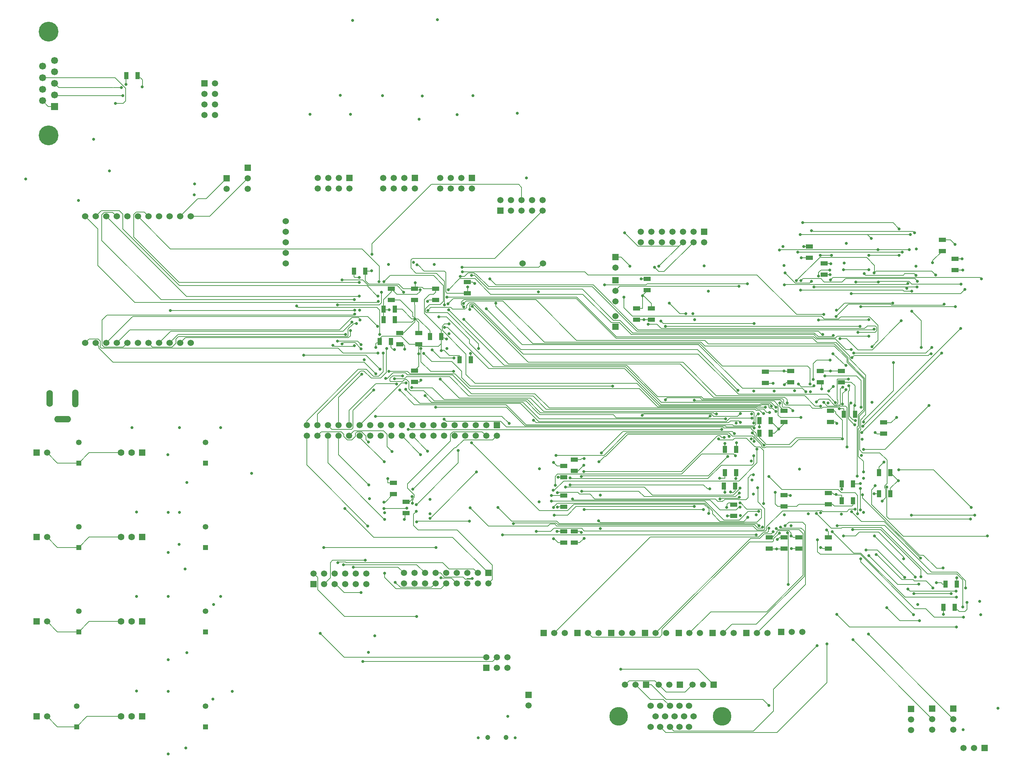
<source format=gbl>
%FSLAX44Y44*%
%MOMM*%
G71*
G01*
G75*
G04 Layer_Physical_Order=4*
G04 Layer_Color=16711680*
%ADD10R,1.1000X1.7000*%
%ADD11R,1.5500X0.4500*%
%ADD12R,1.7000X1.1000*%
%ADD13R,1.4000X2.1000*%
%ADD14R,1.2000X1.2000*%
%ADD15R,1.2000X1.2000*%
%ADD16O,0.3000X2.5400*%
%ADD17O,2.5400X0.3000*%
%ADD18R,2.1000X1.4000*%
%ADD19R,1.5500X0.5500*%
%ADD20O,1.7000X0.3500*%
%ADD21O,1.5500X0.2500*%
%ADD22O,0.2500X1.5500*%
%ADD23R,0.5000X3.1000*%
%ADD24R,2.0000X2.5000*%
%ADD25R,2.0000X3.3000*%
%ADD26O,2.1000X0.4500*%
%ADD27R,0.7000X2.0000*%
%ADD28R,1.0000X2.0000*%
%ADD29R,1.2000X2.0000*%
%ADD30R,1.5000X2.0000*%
%ADD31R,2.0000X3.5000*%
%ADD32R,2.0000X1.8000*%
%ADD33C,0.1500*%
%ADD34R,1.5000X1.5000*%
%ADD35C,1.5000*%
%ADD36R,1.5000X1.5000*%
%ADD37C,1.3500*%
%ADD38R,1.2500X1.2500*%
%ADD39C,1.6000*%
%ADD40R,1.6000X1.6000*%
%ADD41C,1.2000*%
%ADD42O,1.5240X4.0640*%
%ADD43O,4.0640X1.5240*%
%ADD44O,1.5240X4.3180*%
%ADD45C,4.7600*%
%ADD46R,1.6900X1.6900*%
%ADD47C,1.6900*%
%ADD48C,1.5240*%
%ADD49C,4.5000*%
%ADD50C,0.7100*%
%ADD51C,1.0160*%
%ADD52C,0.2540*%
%ADD53C,1.9160*%
G04:AMPARAMS|DCode=54|XSize=2.424mm|YSize=2.424mm|CornerRadius=0mm|HoleSize=0mm|Usage=FLASHONLY|Rotation=0.000|XOffset=0mm|YOffset=0mm|HoleType=Round|Shape=Relief|Width=0.254mm|Gap=0.254mm|Entries=4|*
%AMTHD54*
7,0,0,2.4240,1.9160,0.2540,45*
%
%ADD54THD54*%
%ADD55C,1.8160*%
G04:AMPARAMS|DCode=56|XSize=2.274mm|YSize=2.274mm|CornerRadius=0mm|HoleSize=0mm|Usage=FLASHONLY|Rotation=0.000|XOffset=0mm|YOffset=0mm|HoleType=Round|Shape=Relief|Width=0.254mm|Gap=0.254mm|Entries=4|*
%AMTHD56*
7,0,0,2.2740,1.7660,0.2540,45*
%
%ADD56THD56*%
%ADD57C,2.0160*%
G04:AMPARAMS|DCode=58|XSize=2.524mm|YSize=2.524mm|CornerRadius=0mm|HoleSize=0mm|Usage=FLASHONLY|Rotation=0.000|XOffset=0mm|YOffset=0mm|HoleType=Round|Shape=Relief|Width=0.254mm|Gap=0.254mm|Entries=4|*
%AMTHD58*
7,0,0,2.5240,2.0160,0.2540,45*
%
%ADD58THD58*%
%ADD59C,1.7660*%
%ADD60O,1.7780X4.3180*%
%ADD61O,4.3180X1.7780*%
%AMTHOVALD62*
21,1,2.7940,2.2860,0,0,270.0*
1,1,2.2860,0.0000,1.3970*
1,1,2.2860,0.0000,-1.3970*
21,0,2.7940,1.7780,0,0,270.0*
1,0,1.7780,0.0000,1.3970*
1,0,1.7780,0.0000,-1.3970*
4,0,4,-0.0898,1.3072,-0.8980,2.1154,-0.7184,2.2950,0.0898,1.4868,-0.0898,1.3072,0.0*
4,0,4,-0.0898,-1.4868,0.7184,-2.2950,0.8980,-2.1154,0.0898,-1.3072,-0.0898,-1.4868,0.0*
4,0,4,-0.0898,1.4868,0.7184,2.2950,0.8980,2.1154,0.0898,1.3072,-0.0898,1.4868,0.0*
4,0,4,-0.0898,-1.3072,-0.8980,-2.1154,-0.7184,-2.2950,0.0898,-1.4868,-0.0898,-1.3072,0.0*
%
%ADD62THOVALD62*%

%ADD63C,4.2760*%
%ADD64C,2.1060*%
G04:AMPARAMS|DCode=65|XSize=2.424mm|YSize=2.424mm|CornerRadius=0mm|HoleSize=0mm|Usage=FLASHONLY|Rotation=0.000|XOffset=0mm|YOffset=0mm|HoleType=Round|Shape=Relief|Width=0.254mm|Gap=0.254mm|Entries=4|*
%AMTHD65*
7,0,0,2.4240,1.9160,0.2540,45*
%
%ADD65THD65*%
%ADD66C,1.9160*%
%ADD67C,4.2160*%
%ADD68C,2.2060*%
%ADD69C,2.0160*%
%ADD70C,1.3160*%
G04:AMPARAMS|DCode=71|XSize=1.824mm|YSize=1.824mm|CornerRadius=0mm|HoleSize=0mm|Usage=FLASHONLY|Rotation=0.000|XOffset=0mm|YOffset=0mm|HoleType=Round|Shape=Relief|Width=0.254mm|Gap=0.254mm|Entries=4|*
%AMTHD71*
7,0,0,1.8240,1.3160,0.2540,45*
%
%ADD71THD71*%
G04:AMPARAMS|DCode=72|XSize=2.324mm|YSize=2.324mm|CornerRadius=0mm|HoleSize=0mm|Usage=FLASHONLY|Rotation=0.000|XOffset=0mm|YOffset=0mm|HoleType=Round|Shape=Relief|Width=0.254mm|Gap=0.254mm|Entries=4|*
%AMTHD72*
7,0,0,2.3240,1.8160,0.2540,45*
%
%ADD72THD72*%
%AMTHOVALD73*
21,1,2.5400,2.2860,0,0,90.0*
1,1,2.2860,0.0000,-1.2700*
1,1,2.2860,0.0000,1.2700*
21,0,2.5400,1.7780,0,0,90.0*
1,0,1.7780,0.0000,-1.2700*
1,0,1.7780,0.0000,1.2700*
4,0,4,0.0898,-1.1802,0.8980,-1.9884,0.7184,-2.1680,-0.0898,-1.3598,0.0898,-1.1802,0.0*
4,0,4,0.0898,1.3598,-0.7184,2.1680,-0.8980,1.9884,-0.0898,1.1802,0.0898,1.3598,0.0*
4,0,4,0.0898,-1.3598,-0.7184,-2.1680,-0.8980,-1.9884,-0.0898,-1.1802,0.0898,-1.3598,0.0*
4,0,4,0.0898,1.1802,0.8980,1.9884,0.7184,2.1680,-0.0898,1.3598,0.0898,1.1802,0.0*
%
%ADD73THOVALD73*%

%AMTHOVALD74*
21,1,2.5400,2.2860,0,0,180.0*
1,1,2.2860,1.2700,0.0000*
1,1,2.2860,-1.2700,0.0000*
21,0,2.5400,1.7780,0,0,180.0*
1,0,1.7780,1.2700,0.0000*
1,0,1.7780,-1.2700,0.0000*
4,0,4,1.1802,0.0898,1.9884,0.8980,2.1680,0.7184,1.3598,-0.0898,1.1802,0.0898,0.0*
4,0,4,-1.3598,0.0898,-2.1680,-0.7184,-1.9884,-0.8980,-1.1802,-0.0898,-1.3598,0.0898,0.0*
4,0,4,1.3598,0.0898,2.1680,-0.7184,1.9884,-0.8980,1.1802,-0.0898,1.3598,0.0898,0.0*
4,0,4,-1.1802,0.0898,-1.9884,0.8980,-2.1680,0.7184,-1.3598,-0.0898,-1.1802,0.0898,0.0*
%
%ADD74THOVALD74*%

%ADD75O,1.7780X4.5720*%
G04:AMPARAMS|DCode=76|XSize=4.784mm|YSize=4.784mm|CornerRadius=0mm|HoleSize=0mm|Usage=FLASHONLY|Rotation=0.000|XOffset=0mm|YOffset=0mm|HoleType=Round|Shape=Relief|Width=0.254mm|Gap=0.254mm|Entries=4|*
%AMTHD76*
7,0,0,4.7840,4.2760,0.2540,45*
%
%ADD76THD76*%
G04:AMPARAMS|DCode=77|XSize=2.614mm|YSize=2.614mm|CornerRadius=0mm|HoleSize=0mm|Usage=FLASHONLY|Rotation=0.000|XOffset=0mm|YOffset=0mm|HoleType=Round|Shape=Relief|Width=0.254mm|Gap=0.254mm|Entries=4|*
%AMTHD77*
7,0,0,2.6140,2.1060,0.2540,45*
%
%ADD77THD77*%
G04:AMPARAMS|DCode=78|XSize=2.524mm|YSize=2.524mm|CornerRadius=0mm|HoleSize=0mm|Usage=FLASHONLY|Rotation=0.000|XOffset=0mm|YOffset=0mm|HoleType=Round|Shape=Relief|Width=0.254mm|Gap=0.254mm|Entries=4|*
%AMTHD78*
7,0,0,2.5240,2.0160,0.2540,45*
%
%ADD78THD78*%
D10*
X2770340Y1153160D02*
D03*
X2797340D02*
D03*
X2525230Y1409700D02*
D03*
X2552230D02*
D03*
X2615400Y1477010D02*
D03*
X2642400D02*
D03*
X2615400Y1426210D02*
D03*
X2642400D02*
D03*
X2271560Y1532890D02*
D03*
X2244560D02*
D03*
Y1477010D02*
D03*
X2271560D02*
D03*
X2242020Y1445000D02*
D03*
X2269020D02*
D03*
X2327110Y1572260D02*
D03*
X2354110D02*
D03*
X2530310Y1617980D02*
D03*
X2557310D02*
D03*
X2775420Y1209040D02*
D03*
X2802420D02*
D03*
X1632750Y1748790D02*
D03*
X1605750D02*
D03*
X1440980Y1793240D02*
D03*
X1413980D02*
D03*
X1422870Y1845310D02*
D03*
X1449870D02*
D03*
X1422870Y1870710D02*
D03*
X1449870D02*
D03*
X2354110Y1602740D02*
D03*
X2327110D02*
D03*
X2552230Y1450340D02*
D03*
X2525230D02*
D03*
X1351750Y1962150D02*
D03*
X1378750D02*
D03*
X1534630Y1804670D02*
D03*
X1561630D02*
D03*
X831380Y2433320D02*
D03*
X804380D02*
D03*
D12*
X1477010Y1406690D02*
D03*
Y1379690D02*
D03*
X2767330Y2037880D02*
D03*
Y2010880D02*
D03*
X2447290Y2021370D02*
D03*
Y1994370D02*
D03*
X2350770Y1321600D02*
D03*
Y1294600D02*
D03*
X2386330Y1321600D02*
D03*
Y1294600D02*
D03*
X2421890Y1321600D02*
D03*
Y1294600D02*
D03*
X2493010Y1321600D02*
D03*
Y1294600D02*
D03*
Y1428280D02*
D03*
Y1401280D02*
D03*
X2265680Y1373340D02*
D03*
Y1400340D02*
D03*
X2386330Y1599400D02*
D03*
Y1626400D02*
D03*
X2626360Y1598460D02*
D03*
Y1571460D02*
D03*
X2498090Y1626400D02*
D03*
Y1599400D02*
D03*
X2524760Y1721650D02*
D03*
Y1694650D02*
D03*
X2473960Y1721650D02*
D03*
Y1694650D02*
D03*
X2402840Y1721650D02*
D03*
Y1694650D02*
D03*
X2341880Y1720380D02*
D03*
Y1693380D02*
D03*
X2032000Y1872780D02*
D03*
Y1845780D02*
D03*
X2067560Y1872780D02*
D03*
Y1845780D02*
D03*
X2057400Y1916900D02*
D03*
Y1943900D02*
D03*
X2797810Y1965160D02*
D03*
Y1992160D02*
D03*
X2482850Y1980730D02*
D03*
Y1953730D02*
D03*
X1856740Y1394930D02*
D03*
Y1421930D02*
D03*
Y1493050D02*
D03*
Y1466050D02*
D03*
X1882140Y1481290D02*
D03*
Y1508290D02*
D03*
Y1308570D02*
D03*
Y1335570D02*
D03*
X1856740D02*
D03*
Y1308570D02*
D03*
X1446530Y1452410D02*
D03*
Y1425410D02*
D03*
X1497330Y1695920D02*
D03*
Y1722920D02*
D03*
X1461770Y1786090D02*
D03*
Y1813090D02*
D03*
X1507490D02*
D03*
Y1786090D02*
D03*
X1548130Y1892770D02*
D03*
Y1919770D02*
D03*
X1497330Y1892770D02*
D03*
Y1919770D02*
D03*
X1441450D02*
D03*
Y1892770D02*
D03*
X2386330Y1423200D02*
D03*
Y1396200D02*
D03*
X1624330Y1909280D02*
D03*
Y1936280D02*
D03*
D33*
X2570222Y1269750D02*
X2571250Y1270778D01*
Y1262118D02*
Y1270778D01*
Y1262118D02*
X2698059Y1135309D01*
X2570222Y1269750D02*
X2571250D01*
X2700892Y1149858D02*
X2727706D01*
X2570336Y1280414D02*
X2700892Y1149858D01*
X2473960Y1280414D02*
X2570336D01*
X2677715Y1177036D02*
X2801366D01*
X2571543Y1283208D02*
X2677715Y1177036D01*
X2554224Y1283208D02*
X2571543D01*
X2252900Y1404150D02*
X2268220D01*
X2249500Y1400750D02*
X2252900Y1404150D01*
X2249500Y1400250D02*
Y1400750D01*
X2232750Y1387250D02*
X2271678D01*
X2208776Y1411224D02*
X2232750Y1387250D01*
X1880362Y1411224D02*
X2208776D01*
X2271678Y1387250D02*
X2278634Y1394206D01*
X2249250Y1396250D02*
Y1400000D01*
X2249500Y1400250D01*
X2279543Y1394500D02*
X2280682D01*
Y1394568D01*
X2280611D02*
X2280682D01*
X2278861Y1393818D02*
X2279543Y1394500D01*
X2263820Y1372750D02*
X2268220Y1377150D01*
X2250250Y1372750D02*
X2263820D01*
X2279186Y1362500D02*
X2300478Y1383792D01*
X2242250Y1362500D02*
X2279186D01*
X2230049Y1374701D02*
X2242250Y1362500D01*
X2232750Y1359750D02*
X2289898D01*
X1945006Y1357000D02*
X2291037D01*
X1845513Y1354250D02*
X2292176D01*
X1842762Y1351500D02*
X2293315D01*
X1840021Y1348740D02*
X2312453D01*
X2214500Y1378000D02*
X2232750Y1359750D01*
X1940566Y1361440D02*
X1945006Y1357000D01*
X1839404Y1360359D02*
X1845513Y1354250D01*
X1838101Y1356161D02*
X1842762Y1351500D01*
X1835351Y1353411D02*
X1840021Y1348740D01*
X2207230Y1392520D02*
X2214500Y1385250D01*
Y1378000D02*
Y1385250D01*
X2196223Y1403777D02*
X2207230Y1392770D01*
Y1392520D02*
Y1392770D01*
X1841527Y1403777D02*
X2196223D01*
X2206000Y1379982D02*
Y1389750D01*
X2194724Y1401026D02*
X2206000Y1389750D01*
X1881086Y1401026D02*
X2194724D01*
X2293349Y1351534D02*
X2315718D01*
X2293315Y1351500D02*
X2293349Y1351534D01*
X2292254Y1354328D02*
X2321560D01*
X2292176Y1354250D02*
X2292254Y1354328D01*
X2291787Y1357750D02*
X2321680D01*
X2291037Y1357000D02*
X2291787Y1357750D01*
X2289898Y1359750D02*
X2299462Y1369314D01*
X2321680Y1357750D02*
X2332800Y1368871D01*
X2230049Y1374701D02*
X2230049D01*
X2196320Y1408430D02*
X2230049Y1374701D01*
X1835912Y1408430D02*
X2196320D01*
X2692908Y1913636D02*
X2693022Y1913750D01*
X2675457Y1913636D02*
X2692908D01*
X2693022Y1913750D02*
X2694250D01*
X2694750Y1865250D02*
X2716908Y1843092D01*
Y1778636D02*
Y1843092D01*
X2615400Y1490900D02*
X2627000Y1502500D01*
X2615400Y1477010D02*
Y1490900D01*
X2628430Y1445019D02*
X2634500Y1451089D01*
Y1507478D01*
X2628430Y1440421D02*
Y1445019D01*
Y1440421D02*
X2631230Y1437621D01*
Y1416972D02*
Y1437621D01*
X2623058Y1408800D02*
X2631230Y1416972D01*
X2617216Y1524762D02*
X2634500Y1507478D01*
X2323153Y1635000D02*
X2341250D01*
X2322851Y1635301D02*
X2323153Y1635000D01*
X2345491Y1622044D02*
X2351786D01*
X2337524Y1630011D02*
X2345491Y1622044D01*
X2355558Y1646212D02*
X2367026Y1634744D01*
X2350000Y1634750D02*
Y1640578D01*
Y1634750D02*
X2353016Y1631734D01*
X2359114D01*
X2356104Y1637284D02*
X2358644D01*
X2352466Y1643462D02*
X2358644Y1637284D01*
X2359114Y1631734D02*
X2366772Y1624076D01*
X2173224Y1649730D02*
X2362962D01*
X2192487Y1655301D02*
X2382520D01*
X2217420Y1658620D02*
X2388698D01*
X2322641Y1630011D02*
X2337524D01*
X2332566Y1640578D02*
X2350000D01*
X2331012Y1643462D02*
X2352466D01*
X2091144Y1646212D02*
X2355558D01*
X2223516Y1662430D02*
X2436406D01*
X2277364Y1665732D02*
X2490470D01*
X2324400Y1638000D02*
X2329987D01*
X2332566Y1640578D01*
X2328352Y1640802D02*
X2331012Y1643462D01*
X2382520Y1655301D02*
X2385471Y1652350D01*
X2388698Y1658620D02*
X2394204Y1653114D01*
X2324348Y1638052D02*
X2324400Y1638000D01*
X2609810Y1570190D02*
X2618740D01*
X2606055Y1573945D02*
X2609810Y1570190D01*
X2644440Y1597190D02*
X2655750Y1608500D01*
X2010743Y1569720D02*
X2250440D01*
X1957193Y1516170D02*
X2010743Y1569720D01*
X1954920Y1516170D02*
X1957193D01*
X1941625Y1502875D02*
X1954920Y1516170D01*
X1520850Y1962150D02*
X1569720D01*
X1507458Y1975542D02*
X1520850Y1962150D01*
X1503750Y1975542D02*
X1507458D01*
X1503750D02*
Y1977250D01*
X1492250Y1992750D02*
X1690490D01*
X1488948Y1989448D02*
X1492250Y1992750D01*
X1488948Y1969516D02*
Y1989448D01*
X1690490Y1992750D02*
X1805940Y2108200D01*
X2428339Y1683661D02*
X2456296D01*
X2420871Y1691129D02*
X2428339Y1683661D01*
X2536000Y1733360D02*
Y1735500D01*
X2504694Y1763522D02*
X2536000Y1734500D01*
X2537822Y1743321D02*
X2577809Y1703334D01*
X2537822Y1743321D02*
Y1751929D01*
X2540571Y1744460D02*
X2580559Y1704473D01*
X2540571Y1744460D02*
Y1754061D01*
X2577809Y1628864D02*
Y1703334D01*
X2580559Y1626311D02*
Y1704473D01*
X2507625Y1782126D02*
X2537822Y1751929D01*
X2196022Y1782126D02*
X2507625D01*
X2378202Y1609852D02*
X2427224D01*
X2372614Y1615440D02*
X2378202Y1609852D01*
X2381600Y1599400D02*
X2385000Y1596000D01*
X2381600Y1599400D02*
X2386330D01*
X2397760Y1634744D02*
X2410004Y1626250D01*
X2408000D02*
X2410004D01*
X2315113Y1583500D02*
Y1584327D01*
Y1583500D02*
X2315528D01*
X2311351Y1578800D02*
X2312549D01*
X2308950Y1581201D02*
X2311351Y1578800D01*
X2308950Y1581201D02*
Y1582399D01*
X2306995Y1584354D02*
X2308950Y1582399D01*
X2315528Y1583500D02*
X2316734Y1584706D01*
X2315506Y1590119D02*
X2319236Y1593850D01*
X2265638Y1590119D02*
X2315506D01*
X2242274Y1584354D02*
X2306995D01*
X2534666Y1674666D02*
Y1678686D01*
X2527554Y1667554D02*
X2534666Y1674666D01*
X2527554Y1642618D02*
Y1667554D01*
X2542250Y1686500D02*
X2544000Y1684750D01*
Y1675320D02*
Y1684750D01*
X2541351Y1672671D02*
X2544000Y1675320D01*
X2564000Y1376804D02*
Y1377750D01*
X2563876Y1376680D02*
X2564000Y1376804D01*
X2516642Y1350000D02*
X2628478D01*
X2515616Y1351026D02*
X2516642Y1350000D01*
X2526438Y1345437D02*
X2619977D01*
X2524700Y1343700D02*
X2526438Y1345437D01*
X2500300Y1343700D02*
X2524700D01*
X2498562Y1345437D02*
X2500300Y1343700D01*
X2514500Y1349250D02*
Y1349910D01*
X2515616Y1351026D01*
X2464750Y1379000D02*
X2498562Y1345437D01*
X2472651Y1385750D02*
X2472701Y1385800D01*
X2467499Y1385750D02*
X2472651D01*
X2466799Y1385050D02*
X2467499Y1385750D01*
X2344712Y1346492D02*
X2383270Y1385050D01*
X2466799D01*
X2479561Y1383538D02*
X2538178D01*
X2477299Y1385800D02*
X2479561Y1383538D01*
X2472701Y1385800D02*
X2477299D01*
X2454750Y2060000D02*
X2457096Y2057654D01*
X2532192Y1885442D02*
X2648458D01*
X2515000Y1868250D02*
X2532192Y1885442D01*
X2512500Y1868250D02*
X2515000D01*
X2512314Y1852930D02*
X2541778Y1882394D01*
X2388250Y1689250D02*
X2393650Y1694650D01*
X2406099Y1680250D02*
X2406139Y1680210D01*
X2391936Y1680250D02*
X2406099D01*
X2391896Y1680210D02*
X2391936Y1680250D01*
X2181185Y1785366D02*
X2286341Y1680210D01*
X2406139D02*
X2431034D01*
X2439162Y1672082D01*
X2180336Y1762760D02*
X2277364Y1665732D01*
X2143252Y1742694D02*
X2223516Y1662430D01*
X2394204Y1644904D02*
Y1653114D01*
X2391156Y1639316D02*
X2448306D01*
X2385471Y1645001D02*
X2391156Y1639316D01*
X2477500Y1681500D02*
Y1690250D01*
X2473750Y1694000D02*
X2477500Y1690250D01*
X2046750Y1904500D02*
X2059150Y1916900D01*
X2046000Y1872750D02*
Y1901500D01*
X2067560Y1872780D02*
Y1884060D01*
X2067625Y1884125D01*
X2048250Y1903500D02*
X2067625Y1884125D01*
X1914906Y1953260D02*
X2321814D01*
X1907621Y1960545D02*
X1914906Y1953260D01*
X2321814D02*
X2416751Y1858323D01*
X2057654Y1931924D02*
X2298700D01*
X1991614Y1925574D02*
X2278634D01*
X2037334Y1432560D02*
X2050394Y1419500D01*
X2324000Y1406491D02*
Y1438750D01*
Y1406491D02*
X2340318Y1390172D01*
X2320500Y1441000D02*
X2323250D01*
X1835732Y1408250D02*
X1835912Y1408430D01*
X1826750Y1408250D02*
X1835732D01*
X2555250Y1619000D02*
Y1637000D01*
X2557250Y1638750D02*
Y1644120D01*
X2227627Y1407700D02*
X2238799D01*
X2221353Y1413974D02*
X2227627Y1407700D01*
X2244019Y1412920D02*
X2276278D01*
X2238799Y1407700D02*
X2244019Y1412920D01*
X2069901Y1422599D02*
X2264782D01*
X2244560Y1430690D02*
Y1446530D01*
X2256250Y1429000D02*
X2256750Y1428500D01*
X2287123Y1411732D02*
X2294890D01*
X2278861Y1393818D02*
Y1393979D01*
X2278634Y1394206D02*
X2278861Y1393979D01*
X2050288Y1442212D02*
X2069901Y1422599D01*
X2403750Y1539000D02*
X2421500Y1556750D01*
X2342377Y1539000D02*
X2403750D01*
X2340623Y1537246D02*
X2342377Y1539000D01*
X2336025Y1537246D02*
X2340623D01*
X2332774Y1540497D02*
X2336025Y1537246D01*
X2332774Y1540497D02*
Y1544457D01*
X2262378Y1565402D02*
X2311400D01*
X2254883Y1572897D02*
X2262378Y1565402D01*
X2340623Y1548346D02*
Y1548377D01*
X2327110Y1561890D02*
X2340623Y1548377D01*
X2327110Y1561890D02*
Y1572260D01*
X2399706Y1545250D02*
X2415206Y1560750D01*
X2371500Y1545250D02*
X2399706D01*
X2343874Y1545095D02*
X2371226D01*
X2296160Y1560068D02*
X2311234Y1544994D01*
X2340623Y1548346D02*
X2343874Y1545095D01*
X2247652Y1587369D02*
X2314071D01*
X2337816Y1402588D02*
Y1530604D01*
X2262197Y1576053D02*
X2264650Y1573600D01*
X2250440Y1569720D02*
X2252980Y1567180D01*
X1998709Y1576053D02*
X2262197D01*
X2264650Y1573600D02*
X2267500Y1570750D01*
X2263048Y1592709D02*
X2265638Y1590119D01*
X2255858Y1608328D02*
X2309368D01*
X2275078Y1612646D02*
X2281428Y1618996D01*
X2217420Y1612646D02*
X2275078D01*
X2007758Y1572897D02*
X2254883D01*
X1483741Y1580515D02*
X2235581D01*
X2226310Y1565910D02*
X2232660D01*
X2140204Y1479804D02*
X2226310Y1565910D01*
X1905254Y1479804D02*
X2140204D01*
X2236470Y1562100D02*
X2245652D01*
X2232660Y1565910D02*
X2236470Y1562100D01*
X2231898Y1556258D02*
X2263902D01*
X2229358Y1558798D02*
X2231898Y1556258D01*
X2263902D02*
X2267712Y1560068D01*
X1445260Y1774190D02*
X1449070D01*
X1640971Y1932940D02*
X1642110D01*
X1637630Y1936280D02*
X1640971Y1932940D01*
X1643380Y1944338D02*
X1680940Y1906778D01*
X1625600Y1909280D02*
Y1923034D01*
X1624330Y1909280D02*
X1625600D01*
X1478280Y1390650D02*
X1479042Y1391412D01*
X1421506Y1390650D02*
X1478280D01*
X1328420Y1188720D02*
X1369060D01*
X1308100Y1209040D02*
X1328420Y1188720D01*
X1305560Y1209040D02*
X1308100D01*
X2802420Y1203960D02*
Y1217261D01*
X2433990Y2021370D02*
X2447290D01*
X2770340Y1134780D02*
Y1148080D01*
X2642400Y1426210D02*
Y1439510D01*
X2498260Y1721650D02*
X2525000D01*
X2498090Y1599400D02*
X2511391D01*
X2525230Y1437039D02*
Y1450340D01*
X2386090Y1721400D02*
X2403750D01*
X2525230Y1409700D02*
Y1423000D01*
X2340750Y1721650D02*
X2365341D01*
X2479709Y1294600D02*
X2493010D01*
X2386330Y1423200D02*
X2399630D01*
X2408589Y1294600D02*
X2421890D01*
X2044099Y1943900D02*
X2057400D01*
X2244560Y1532890D02*
Y1546190D01*
X2050750Y1845780D02*
X2067560D01*
X2032000D02*
X2048500D01*
X1624330Y1936280D02*
X1637630D01*
X1843439Y1466050D02*
X1856740D01*
X1632750Y1748790D02*
Y1762090D01*
X1882140Y1335570D02*
X1895441D01*
X1843439Y1308570D02*
X1856740D01*
X1351750Y1948849D02*
Y1962150D01*
X1497330Y1695920D02*
X1510630D01*
X1433230Y1452410D02*
X1446530D01*
X2433990Y1994370D02*
X2447290D01*
X2057400Y1916900D02*
X2059150D01*
X2271560Y1463710D02*
Y1477010D01*
X2032000Y1872780D02*
X2046000Y1872750D01*
X1843439Y1394930D02*
X1856740D01*
X1446410Y1425410D02*
X1446530D01*
X2408250Y1321600D02*
X2421890D01*
X2552230Y1399540D02*
Y1409700D01*
X2549690Y1397000D02*
X2552230Y1399540D01*
X2507488Y1397000D02*
X2549690D01*
X2503208Y1401280D02*
X2507488Y1397000D01*
X2493010Y1401280D02*
X2503208D01*
X2422144D02*
X2493010D01*
X2417064Y1396200D02*
X2422144Y1401280D01*
X2386330Y1396200D02*
X2417064D01*
X2498090Y1626400D02*
X2507958D01*
X2511298Y1623060D01*
Y1619250D02*
Y1623060D01*
X2004060Y966470D02*
X2013712Y976122D01*
X2075688D01*
X2085340Y966470D01*
X2096436Y931164D02*
X2111930Y915670D01*
X2064766Y931164D02*
X2096436D01*
X2029460Y966470D02*
X2064766Y931164D01*
X996188Y2136648D02*
X1045210Y2185670D01*
X975868Y2136648D02*
X996188D01*
X933450Y2094230D02*
X975868Y2136648D01*
X2648712Y2078990D02*
X2663698Y2064004D01*
X2431542Y2078990D02*
X2648712D01*
X2393650Y1694650D02*
X2402840D01*
X1314450Y1658256D02*
X1370694Y1714500D01*
X1314450Y1591310D02*
Y1658256D01*
X1406398Y1789430D02*
X1412710D01*
X1835912Y1446780D02*
Y1468120D01*
X1841462Y1473670D01*
X2140166D01*
X2188234Y1521738D01*
X2265402D01*
X2269744Y1517396D01*
X1899920Y1432560D02*
X2037334D01*
X1860550Y1442212D02*
X2050288D01*
X2281936Y1439753D02*
Y1440180D01*
X2300478Y1417320D02*
Y1464818D01*
X2294890Y1411732D02*
X2300478Y1417320D01*
X1890776Y1429512D02*
X1894840Y1425448D01*
X1841500Y1429512D02*
X1890776D01*
X2321560Y1500632D02*
Y1533800D01*
X1834134Y1434846D02*
X1856486Y1457198D01*
X1831594Y1434846D02*
X1834134D01*
X1833504Y1374780D02*
X1865762D01*
X1886458Y1395476D01*
X2170938D01*
X1466850Y1565910D02*
X1512062Y1520698D01*
X2697788Y2057654D02*
X2700782Y2054660D01*
X2457096Y2057654D02*
X2697788D01*
X704850Y2094230D02*
X735584Y2063496D01*
Y1975612D02*
Y2063496D01*
Y1975612D02*
X824484Y1886712D01*
X1362629Y1850217D02*
X1368044Y1844802D01*
X1317507Y1820672D02*
X1347052Y1850217D01*
X812492Y1820672D02*
X1317507D01*
X781050Y1789230D02*
X812492Y1820672D01*
X2376000Y2013712D02*
X2612644D01*
X1470914Y1919770D02*
X1497330D01*
X1459776Y1930908D02*
X1470914Y1919770D01*
X1378750Y1939593D02*
Y1962150D01*
X1461770Y1786090D02*
X1470698D01*
X2327110Y1586900D02*
Y1602740D01*
X1466626Y1692686D02*
X1476967D01*
X1365250Y1591310D02*
X1466626Y1692686D01*
X1404366Y1691386D02*
X1454658D01*
X1339850Y1626870D02*
X1404366Y1691386D01*
X1339850Y1591310D02*
Y1626870D01*
X1482598Y1581658D02*
X1483741Y1580515D01*
X2235581D02*
X2236724Y1581658D01*
X1947164Y1524508D02*
X1998709Y1576053D01*
X2314071Y1587369D02*
X2316734Y1584706D01*
X2245062Y1589959D02*
X2247652Y1587369D01*
X1763095Y1589959D02*
X2245062D01*
X1718310Y1634744D02*
X1763095Y1589959D01*
X1548384Y1634744D02*
X1718310D01*
X2239420Y1587208D02*
X2242274Y1584354D01*
X1718856Y1587208D02*
X2239420D01*
X1705102Y1600962D02*
X1718856Y1587208D01*
X1573538Y1600962D02*
X1705102D01*
X2419604Y2007870D02*
X2671008D01*
X1678686Y1943862D02*
X1693418Y1929130D01*
X1927606D01*
X882650Y1789230D02*
X910875Y1817455D01*
X1325711D01*
X1346628Y1838372D01*
X1497330Y1722920D02*
X1507490Y1733080D01*
X1441450Y1919770D02*
X1454950Y1906270D01*
X1503680D01*
X1510792Y1913382D01*
Y1917446D01*
X1502111Y1923111D02*
X1516181D01*
X1519522Y1919770D01*
X1548130D01*
X1492250Y1565910D02*
X1529334Y1528826D01*
X1561338Y1224026D02*
X1562354Y1223010D01*
X1586230D01*
X1598930Y1210310D01*
X1596698Y1537049D02*
X1615907Y1556258D01*
X1685798D01*
X1695450Y1565910D01*
X1314450Y1520444D02*
X1387602Y1447292D01*
X1314450Y1520444D02*
Y1565910D01*
X1238250Y1495552D02*
Y1565910D01*
Y1495552D02*
X1385372Y1348430D01*
X1561280Y1198060D02*
X1573530Y1210310D01*
X1452886Y1198060D02*
X1561280D01*
X1425702Y1225243D02*
X1452886Y1198060D01*
X1425702Y1225243D02*
Y1234948D01*
X1538630Y1200810D02*
X1548130Y1210310D01*
X1463650Y1200810D02*
X1538630D01*
X1451273Y1213187D02*
X1463650Y1200810D01*
X1506474Y1339342D02*
X1600200D01*
X1684782Y1254760D01*
Y1219962D02*
Y1254760D01*
X1675130Y1210310D02*
X1684782Y1219962D01*
X2482850Y1953730D02*
X2497750D01*
X2530310Y1617980D02*
Y1631281D01*
X2456296Y1683661D02*
X2458836Y1686201D01*
X2448323Y1933448D02*
X2452895Y1938020D01*
X2413762Y1933448D02*
X2448323D01*
X2388870Y1958340D02*
X2413762Y1933448D01*
X2474214Y2000758D02*
X2500884D01*
X795528Y2063750D02*
X931926Y1927352D01*
X795528Y2063750D02*
Y2099564D01*
X787400Y2107692D02*
X795528Y2099564D01*
X743712Y2107692D02*
X787400D01*
X730250Y2094230D02*
X743712Y2107692D01*
X1378750Y1962150D02*
Y1965198D01*
X910336Y2015744D02*
X1371202D01*
X831850Y2094230D02*
X910336Y2015744D01*
X2693416Y1374394D02*
X2845308D01*
X755650Y1789230D02*
X819096Y1852676D01*
X1344055D01*
X1344346Y1852968D01*
X1384877D02*
X1408684Y1829160D01*
X1289050Y1591310D02*
X1298702Y1581658D01*
X1346200D01*
X1349502Y1584960D01*
Y1626616D01*
X1399032Y1676146D01*
X2633980Y1371600D02*
Y1442720D01*
Y1371600D02*
X2640076Y1365504D01*
X2835402D01*
X1430312Y1776006D02*
X1430528Y1776222D01*
X1430312Y1718856D02*
Y1776006D01*
X1416050Y1704594D02*
X1430312Y1718856D01*
X1393444Y1704594D02*
X1416050D01*
X1375918Y1722120D02*
X1393444Y1704594D01*
X1367790Y1722120D02*
X1375918D01*
X1263650Y1617980D02*
X1367790Y1722120D01*
X1263650Y1591310D02*
Y1617980D01*
X1238250Y1591310D02*
Y1601978D01*
X1362456Y1726184D01*
X1381252D01*
X1398270Y1709166D01*
X1411224D01*
X1422146Y1720088D01*
X1263650Y1565910D02*
X1273302Y1575562D01*
X1321308D01*
X1327150Y1569720D01*
Y1564640D02*
Y1569720D01*
Y1564640D02*
X1335532Y1556258D01*
X1347216D01*
X1355598Y1564640D01*
Y1571752D01*
X1359256Y1575410D01*
X1370990D01*
X1380998Y1565402D01*
X2490470Y1665732D02*
X2510536Y1645666D01*
X1759598Y1762760D02*
X2180336D01*
X1639240Y1883118D02*
X1759598Y1762760D01*
X1632166Y1883118D02*
X1639240D01*
X1630426Y1881378D02*
X1632166Y1883118D01*
X1630426Y1869948D02*
Y1881378D01*
X2618740Y1597190D02*
X2644440D01*
X2457196Y1701911D02*
Y1739900D01*
X2465070Y1747774D01*
X2497836D01*
X2416556Y1939036D02*
X2472690Y1995170D01*
X2699757Y1956505D02*
X2703764Y1952498D01*
X2677442Y1956505D02*
X2699757D01*
X2673435Y1952498D02*
X2677442Y1956505D01*
X2583434Y1952498D02*
X2673435D01*
X2579878Y1956054D02*
X2583434Y1952498D01*
X2482342Y1646174D02*
X2491151Y1637365D01*
X2521965Y1640840D02*
Y1678432D01*
X2527808Y1684274D01*
X2524760Y1694650D02*
X2548610D01*
X2557272Y1685988D01*
X2672917Y1916176D02*
X2675457Y1913636D01*
X2426208Y1916176D02*
X2672917D01*
X2570860Y1876827D02*
X2799155D01*
X2426970Y1939036D02*
X2432050Y1944116D01*
X2475230D01*
X2483574Y1935772D01*
X2526068D01*
X2534493Y1944197D01*
X2701463D01*
X2707894Y1937766D01*
X1477995Y1707896D02*
X1581912D01*
X1628140Y1661668D01*
X1782572D01*
X1814439Y1629801D01*
X2317351D01*
X2319891Y1627261D01*
X2328281D01*
X2336771Y1618771D01*
X1529588Y1867662D02*
X1536954Y1875028D01*
X1584960D01*
X1589278Y1870710D01*
X1618742D01*
X1622552Y1874520D01*
Y1879600D01*
X1628821Y1885869D01*
X1640379D01*
X1753073Y1773174D01*
X2178304D01*
X2275840Y1675638D01*
X1605750Y1748790D02*
Y1758772D01*
X2493010Y1428280D02*
X2503770D01*
X2537968Y1538800D02*
Y1633982D01*
X2534920Y1637030D02*
X2537968Y1633982D01*
X2477645Y1631988D02*
X2480272Y1634615D01*
X2455634Y1631988D02*
X2477645D01*
X2448306Y1639316D02*
X2455634Y1631988D01*
X2385471Y1645001D02*
Y1652350D01*
X2187615Y1660173D02*
X2192487Y1655301D01*
X2083025Y1660173D02*
X2187615D01*
X2007870Y1735328D02*
X2083025Y1660173D01*
X1713484Y1735328D02*
X2007870D01*
X1579372Y1869440D02*
X1713484Y1735328D01*
X2281682Y1404874D02*
X2297214Y1389342D01*
X2330450D01*
X2332800Y1386992D01*
Y1368871D02*
Y1386992D01*
X2217085Y1621455D02*
X2219835Y1618704D01*
X2224494D01*
X2313686Y1596644D02*
X2314918Y1597876D01*
Y1620992D01*
X2311364Y1624546D02*
X2314918Y1620992D01*
X1559306Y1702308D02*
X1605026Y1656588D01*
X2267712Y1560068D02*
X2296160D01*
X2075180Y1971548D02*
X2085594Y1961134D01*
X2098294D01*
X2169160Y2032000D01*
X2575560Y1524762D02*
X2617216D01*
X2570988Y1580134D02*
Y1604518D01*
X2583434Y1616964D01*
Y1711960D01*
X2544826Y1750568D02*
X2583434Y1711960D01*
X2544826Y1750568D02*
Y1757172D01*
X2511552Y1790446D02*
X2544826Y1757172D01*
X2466340Y1790446D02*
X2511552D01*
X2456180Y1800606D02*
X2466340Y1790446D01*
X1982724Y1800606D02*
X2456180D01*
X1887091Y1896239D02*
X1982724Y1800606D01*
X1590931Y1896239D02*
X1887091D01*
X1577848Y1883156D02*
X1590931Y1896239D01*
X641584Y2403856D02*
X772414D01*
X631170Y2414270D02*
X641584Y2403856D01*
X2395474Y1331976D02*
X2396998Y1330452D01*
Y1207770D02*
Y1330452D01*
X2085340Y966470D02*
X2102834Y948977D01*
X2149126D01*
X2166620Y966470D01*
X2513838Y1136142D02*
X2544318Y1105662D01*
X2801620D01*
X2383790Y1634744D02*
X2397760D01*
X2382721Y1635813D02*
X2383790Y1634744D01*
X2184864Y1657423D02*
X2189736Y1652550D01*
X2105934Y1657423D02*
X2184864D01*
X2101062Y1652550D02*
X2105934Y1657423D01*
X2549144Y1383284D02*
X2573274Y1359154D01*
X2628138D01*
X2715514Y1271778D01*
X2467356Y1287018D02*
X2473960Y1280414D01*
X2467356Y1287018D02*
Y1315466D01*
X2552140Y1450250D02*
X2567750D01*
X2376370Y1321600D02*
X2386330D01*
X2371290Y1316520D02*
X2376370Y1321600D01*
X2370490Y1316520D02*
X2371290D01*
X2543594Y1388954D02*
X2557412D01*
X2538178Y1383538D02*
X2543594Y1388954D01*
X2344712Y1339380D02*
Y1346492D01*
X2341880Y1336548D02*
X2344712Y1339380D01*
X1906016Y1336548D02*
X2341880D01*
X1899412Y1343152D02*
X1906016Y1336548D01*
X1832864Y1343152D02*
X1899412D01*
X1825244Y1335532D02*
X1832864Y1343152D01*
X1790700Y1335532D02*
X1825244D01*
X2350770Y1321600D02*
X2358521D01*
X2369858Y1332937D01*
X1350010Y1249680D02*
X1457960D01*
X1471930Y1235710D01*
X1214120Y1878330D02*
X1217676Y1874774D01*
X1407414D01*
X2699004Y1185672D02*
X2789174D01*
X2746424Y1484200D02*
X2837180Y1393444D01*
X2662428Y1484200D02*
X2746424D01*
X2597404Y1400048D02*
Y1435862D01*
Y1400048D02*
X2673604Y1323848D01*
X2875750D01*
X1325880Y1764792D02*
X1409192D01*
X1313813Y1776859D02*
X1325880Y1764792D01*
X743712Y1776859D02*
X1313813D01*
X741680Y1778891D02*
X743712Y1776859D01*
X741680Y1778891D02*
Y1794002D01*
X736600Y1799082D02*
X741680Y1794002D01*
X714702Y1799082D02*
X736600D01*
X704850Y1789230D02*
X714702Y1799082D01*
X1376642Y1743370D02*
X1404750Y1715262D01*
X772420Y1743370D02*
X1376642D01*
X738553Y1777236D02*
X772420Y1743370D01*
X738553Y1777236D02*
Y1780927D01*
X730250Y1789230D02*
X738553Y1780927D01*
X745998Y1784858D02*
Y1844294D01*
Y1784858D02*
X751246Y1779610D01*
X796830D01*
X806450Y1789230D01*
X909774Y1867154D02*
X1353000D01*
X1337919Y1806587D02*
Y1823059D01*
X1336040Y1804708D02*
X1337919Y1806587D01*
X929678Y1804708D02*
X1336040D01*
X923798Y1798828D02*
X929678Y1804708D01*
X923798Y1789008D02*
Y1798828D01*
X914400Y1779610D02*
X923798Y1789008D01*
X866870Y1779610D02*
X914400D01*
X857250Y1789230D02*
X866870Y1779610D01*
X887984Y1893570D02*
X1352804D01*
X745236Y2036318D02*
X887984Y1893570D01*
X745236Y2036318D02*
Y2098040D01*
X751078Y2103882D01*
X771398D01*
X781050Y2094230D01*
X946177Y1801957D02*
X1338580D01*
X933450Y1789230D02*
X946177Y1801957D01*
X908050Y1789230D02*
X929078Y1810258D01*
X1331976D01*
X847090Y2104390D02*
X857250Y2094230D01*
X828040Y2104390D02*
X847090D01*
X822198Y2098548D02*
X828040Y2104390D01*
X822198Y2044446D02*
Y2098548D01*
Y2044446D02*
X931164Y1935480D01*
X1364488D01*
X2674620Y1269962D02*
Y1274011D01*
X2614623Y1334008D02*
X2674620Y1274011D01*
X2567940Y1334008D02*
X2614623D01*
X2558288Y1324356D02*
X2567940Y1334008D01*
X2529332Y1324356D02*
X2558288D01*
X2665222Y1120648D02*
X2712212D01*
X2633472Y1152398D02*
X2665222Y1120648D01*
X2584030Y1291082D02*
X2610612D01*
X2676652Y1225042D01*
X2604211Y1324597D02*
X2703154Y1225654D01*
X2696972Y1219492D02*
X2700020Y1216444D01*
X2670363Y1219492D02*
X2696972D01*
X2609949Y1279906D02*
X2670363Y1219492D01*
X2551938Y1339596D02*
X2619710D01*
X2715768Y1243538D01*
Y1226820D02*
Y1243538D01*
X2712848Y1278508D02*
X2722263D01*
X2575560Y1415796D02*
X2712848Y1278508D01*
X2575560Y1415796D02*
Y1423800D01*
X2823532Y1199320D02*
Y1216557D01*
X2502662Y1334770D02*
X2554224Y1283208D01*
X1569036Y1801622D02*
X1574500Y1799250D01*
X1561630Y1804670D02*
Y1820461D01*
X2489708Y971804D02*
Y1064768D01*
X2369312Y851408D02*
X2489708Y971804D01*
X2102492Y851408D02*
X2369312D01*
X2089030Y864870D02*
X2102492Y851408D01*
X1993392Y1003554D02*
X2180336D01*
X2217420Y966470D01*
X2361438Y1317752D02*
X2375408Y1331722D01*
X2361438Y1313180D02*
Y1317752D01*
X2358898Y1310640D02*
X2361438Y1313180D01*
X2303780Y1310640D02*
X2358898D01*
X2093214Y1100074D02*
X2303780Y1310640D01*
X2093214Y1086612D02*
Y1100074D01*
X2087880Y1081278D02*
X2093214Y1086612D01*
X1924812Y1081278D02*
X2087880D01*
X1915160Y1090930D02*
X1924812Y1081278D01*
X1833880Y1090930D02*
X2064766Y1321816D01*
X2325370D01*
X2336546Y1332992D01*
X2346960D01*
X2349754Y1335786D01*
Y1343152D01*
X2350262Y1343660D01*
X2728214Y1764792D02*
X2742184Y1778762D01*
X2554224Y1764792D02*
X2728214D01*
X2550414Y1753779D02*
X2555331Y1758696D01*
X2733548D01*
X2737866Y1763014D01*
X2740914D01*
X2544102Y1642148D02*
X2547112Y1645158D01*
X2544102Y1612862D02*
Y1642148D01*
Y1612862D02*
X2552446Y1604518D01*
X2559304D01*
X2577846Y1599438D02*
Y1602740D01*
X2649728Y1674622D01*
Y1742186D01*
X2598890Y1772920D02*
X2668524Y1842554D01*
X2564130Y1772920D02*
X2598890D01*
X2536952Y1800098D02*
X2564130Y1772920D01*
X2521289Y1800098D02*
X2536952D01*
X2574036Y1573276D02*
X2766098Y1765338D01*
X2769020Y1879766D02*
X2771648Y1882394D01*
X2645639Y1879766D02*
X2769020D01*
X2643011Y1882394D02*
X2645639Y1879766D01*
X2541778Y1882394D02*
X2643011D01*
X2494026Y1673352D02*
X2504948Y1684274D01*
X2464308Y1646936D02*
X2471166Y1653794D01*
X2494280D01*
X2507958Y1640116D01*
X2514092Y1653540D02*
X2516378Y1651254D01*
X2514092Y1653540D02*
Y1702308D01*
X2541270D01*
X2530094Y1965390D02*
X2591054D01*
X2590256Y1844512D02*
X2591054Y1845310D01*
X2469678Y1844512D02*
X2590256D01*
X2469388Y1950212D02*
Y1958594D01*
X2475738Y1964944D01*
X2496566D01*
X2629408Y1533144D02*
X2735326Y1639062D01*
X2577846Y1533144D02*
X2629408D01*
X2576576Y1588800D02*
X2812034Y1824258D01*
X2858732Y1946948D02*
X2861818Y1943862D01*
X2504224Y1946948D02*
X2858732D01*
X2498598Y1941322D02*
X2504224Y1946948D01*
X2811620Y1908086D02*
X2822194Y1918660D01*
X2568374Y1935730D02*
X2613739D01*
X2687395Y1937982D02*
X2694107Y1931271D01*
X2812500D01*
X2572258Y1634490D02*
Y1699108D01*
X2561183Y1710182D02*
X2572258Y1699108D01*
X2485136Y1710182D02*
X2561183D01*
X2425946Y2050542D02*
X2586990D01*
X2590546Y2000504D02*
X2663642D01*
X1339850Y1565910D02*
X1352100Y1578160D01*
X1423104D01*
X1431544Y1569720D01*
Y1540002D02*
Y1569720D01*
Y1540002D02*
X1443736Y1527810D01*
X1660398Y1575562D02*
X1670050Y1565910D01*
X1590040Y1575562D02*
X1660398D01*
X1584198Y1569720D02*
X1590040Y1575562D01*
X602770Y2372720D02*
X616620Y2358870D01*
X631170D01*
X1328928Y1130808D02*
X1502410D01*
X1264666Y1195070D02*
X1328928Y1130808D01*
X1264666Y1195070D02*
Y1224534D01*
X1254760Y1234440D02*
X1264666Y1224534D01*
X958850Y2094230D02*
X1004570D01*
X1096010Y2185670D01*
X2054606Y1928876D02*
X2057654Y1931924D01*
X1955038Y1928876D02*
X2054606D01*
X1981200Y1915160D02*
X1991614Y1925574D01*
X2564130Y1815084D02*
X2606040D01*
X2609088Y1818132D01*
Y1827300D01*
X2606040Y1830348D02*
X2609088Y1827300D01*
X2587230Y1830348D02*
X2606040D01*
X2059940Y1834134D02*
X2080768D01*
X2001266Y1874482D02*
Y1899412D01*
X2482827Y1847263D02*
X2517864D01*
X2523034Y1852432D01*
X2592239D01*
X2613080Y1831591D01*
Y1795199D02*
Y1831591D01*
X2598420Y1780540D02*
X2613080Y1795199D01*
X2589530Y1088390D02*
X2794000Y883920D01*
X2552526Y1074594D02*
X2743200Y883920D01*
X613410Y890270D02*
X638410Y865270D01*
X684530D01*
X709530Y890270D01*
X791210D01*
X613410Y1118870D02*
X638410Y1093870D01*
X689610D01*
X714610Y1118870D01*
X791210D01*
X613410Y1322070D02*
X638410Y1297070D01*
X689610D01*
X714610Y1322070D01*
X791210D01*
X613410Y1525270D02*
X638410Y1500270D01*
X689610D01*
X714610Y1525270D01*
X791210D01*
X1488948Y1969516D02*
X1501394Y1957070D01*
X1550416D01*
X1569974Y1937512D01*
X1569720Y1880616D02*
X1569974Y1880870D01*
X1611884Y1971548D02*
X1796828D01*
X1806480Y1981200D01*
X1707896Y1612646D02*
X1725168Y1595374D01*
X1354582Y1790192D02*
X1369314Y1775460D01*
X1326642Y1790192D02*
X1354582D01*
X1323086Y1786636D02*
X1326642Y1790192D01*
X1373378Y1022858D02*
X1685798D01*
X1695450Y1032510D01*
X1360424Y1793494D02*
X1368806Y1785112D01*
X1312245Y1793494D02*
X1360424D01*
X1270508Y1090422D02*
X1328420Y1032510D01*
X1670050D01*
X1395222Y2003044D02*
Y2027936D01*
X1538478Y2171192D01*
X1748028D01*
X1755140Y2164080D01*
Y2133600D02*
Y2164080D01*
X1473708Y1774432D02*
Y1783080D01*
X1470698Y1786090D02*
X1473708Y1783080D01*
X1422870Y1870710D02*
Y1893532D01*
X1441450Y1912112D01*
Y1919770D01*
X1502918Y1255522D02*
X1522730Y1235710D01*
X1326896Y1255522D02*
X1502918D01*
X1372870Y1941322D02*
X1386840Y1927352D01*
X1456182D01*
X1471638Y1911896D01*
X1540256Y1772666D02*
X1559560Y1753362D01*
X1592580D01*
X1548130Y1235710D02*
X1560094D01*
X1536192Y1721104D02*
X1591818D01*
X1513078Y1744218D02*
X1536192Y1721104D01*
X1513078Y1744218D02*
Y1775714D01*
X1279398Y1296670D02*
X1549654D01*
X1651762Y1775968D02*
Y1787398D01*
X1577048Y1862112D02*
X1651762Y1787398D01*
X1526286Y1862112D02*
X1577048D01*
X1524038Y1864360D02*
X1526286Y1862112D01*
X1524038Y1864360D02*
Y1871980D01*
X1533690Y1881632D01*
X1559560D01*
X1567180Y1889252D01*
X1543304Y1951736D02*
X1567180Y1927860D01*
X1640230Y1245210D02*
X1649730Y1235710D01*
X1580286Y1245210D02*
X1640230D01*
X1565148Y1260348D02*
X1580286Y1245210D01*
X1333246Y1260348D02*
X1565148D01*
X1331722Y1261872D02*
X1333246Y1260348D01*
X1314196Y1261872D02*
X1331722D01*
X1312926Y1260602D02*
X1314196Y1261872D01*
X1330198Y1391158D02*
X1399794Y1321562D01*
X1589278D01*
X1675130Y1235710D01*
X2111930Y864870D02*
X2121582Y855218D01*
X2313178D01*
X2360930Y902970D01*
Y955802D01*
X2465832Y1060704D01*
X2321560Y1090930D02*
X2438146Y1207516D01*
Y1351280D01*
X2431288Y1358138D02*
X2438146Y1351280D01*
X2398268Y1358138D02*
X2431288D01*
X2389124Y1348994D02*
X2398268Y1358138D01*
X2240280Y1090930D02*
X2261362Y1112012D01*
X2319847D01*
X2435352Y1227517D01*
Y1336294D01*
X2428240Y1343406D02*
X2435352Y1336294D01*
X2159000Y1090930D02*
X2210308Y1142238D01*
X2344928D01*
X2432558Y1229868D01*
Y1330960D01*
X2423160Y1340358D02*
X2432558Y1330960D01*
X2368750Y1340358D02*
X2423160D01*
X2339322Y1330132D02*
X2356420D01*
X2328212Y1319022D02*
X2339322Y1330132D01*
X2305812Y1319022D02*
X2328212D01*
X2077720Y1090930D02*
X2305812Y1319022D01*
X1555750Y1852168D02*
X1574800D01*
X1629719Y1797249D01*
Y1788838D02*
Y1797249D01*
Y1788838D02*
X1686785Y1731772D01*
X2005584D01*
X2091144Y1646212D01*
X2449087Y1690859D02*
Y1727906D01*
X2443480Y1733512D02*
X2449087Y1727906D01*
X2238873Y1733512D02*
X2443480D01*
X2184225Y1788160D02*
X2238873Y1733512D01*
X1782318Y1788160D02*
X2184225D01*
X1692910Y1877568D02*
X1782318Y1788160D01*
X1692910Y1877568D02*
Y1885188D01*
X1756664Y1785366D02*
X2181185D01*
X1670558Y1871472D02*
X1756664Y1785366D01*
X1607566Y1949704D02*
X1617988D01*
X1626078Y1957794D01*
X1640332D01*
X1642326Y1955800D01*
X1645158D01*
X1675892Y1925066D01*
X1925066D01*
X2469642Y1817370D02*
X2477008Y1810004D01*
X2479548D01*
X1613154Y1960545D02*
X1907621D01*
X2416751Y1858323D02*
X2482245D01*
X2482558Y1858010D01*
X2502432Y1804454D02*
X2504941Y1806963D01*
X2468918Y1804454D02*
X2502432D01*
X2459811Y1813560D02*
X2468918Y1804454D01*
X2022856Y1813560D02*
X2459811D01*
X1992376Y1844040D02*
X2022856Y1813560D01*
X1976374Y1844040D02*
X1992376D01*
X1901444Y1918970D02*
X1976374Y1844040D01*
X1675638Y1918970D02*
X1901444D01*
X1642364Y1952244D02*
X1675638Y1918970D01*
X1634714Y1952244D02*
X1642364D01*
X1575600Y1899412D02*
X1887903D01*
X1983313Y1804002D01*
X2458368D01*
X2463708Y1798662D01*
X2510232D01*
X2514437Y1805648D02*
X2590800D01*
X2510201Y1801412D02*
X2514437Y1805648D01*
X2466458Y1801412D02*
X2510201D01*
X2458375Y1809496D02*
X2466458Y1801412D01*
X2019504Y1809496D02*
X2458375D01*
X1990700Y1838300D02*
X2019504Y1809496D01*
X1971040Y1838300D02*
X1990700D01*
X1902562Y1906778D02*
X1971040Y1838300D01*
X1680940Y1906778D02*
X1902562D01*
X1636522Y1877568D02*
X1771396Y1742694D01*
X2143252D01*
X2436406Y1662430D02*
X2461298Y1637538D01*
X2474722D01*
X1610106Y1882140D02*
X1615948Y1876298D01*
X1610106Y1882140D02*
Y1887728D01*
X1615867Y1893489D01*
X1789511D01*
X1887220Y1795780D01*
X2195830D01*
X2204466Y1787144D01*
X2507488D01*
X2540571Y1754061D01*
X2567752Y1613504D02*
X2580559Y1626311D01*
X2567752Y1584391D02*
Y1613504D01*
X2577846Y1478534D02*
Y1503934D01*
X1615706Y1884680D02*
X1621765Y1890738D01*
X1709966D01*
X1809750Y1790954D01*
X2187194D01*
X2196022Y1782126D01*
X2565002Y1616058D02*
X2577809Y1628864D01*
X2565002Y1589406D02*
Y1616058D01*
X1615948Y1846620D02*
X1723430Y1739138D01*
X2136902D01*
X2217420Y1658620D01*
X1569720Y1834896D02*
X1580896D01*
X1564386Y1829562D02*
X1569720Y1834896D01*
X1564386Y1819656D02*
Y1829562D01*
Y1819656D02*
X1621536Y1762506D01*
Y1713484D02*
Y1762506D01*
Y1713484D02*
X1642872Y1692148D01*
X1735582Y1354074D02*
X1737669Y1356161D01*
X1838101D01*
X2315718Y1351534D02*
X2323592Y1343660D01*
X2332228D01*
X2334768Y1346200D01*
X1698498Y1393190D02*
X1731329Y1360359D01*
X1839404D01*
X2321560Y1354328D02*
X2326640Y1349248D01*
X1634490Y1549146D02*
X1798066Y1385570D01*
X1865630D01*
X1881086Y1401026D01*
X2340318Y1341120D02*
Y1390172D01*
X2338515Y1339317D02*
X2340318Y1341120D01*
X2321876Y1339317D02*
X2338515D01*
X2312453Y1348740D02*
X2321876Y1339317D01*
X1823840Y1353411D02*
X1835351D01*
X1818872Y1348442D02*
X1823840Y1353411D01*
X1675428Y1348442D02*
X1818872D01*
X1631188Y1392682D02*
X1675428Y1348442D01*
X1522730Y1662684D02*
X1538590Y1646824D01*
X2211362Y1618704D02*
X2217420Y1612646D01*
X2045208Y1614932D02*
X2048980Y1618704D01*
X1631696Y1685798D02*
X1974342D01*
X1611376Y1706118D02*
X1631696Y1685798D01*
X1611376Y1706118D02*
Y1721104D01*
X1587500Y1744980D02*
X1611376Y1721104D01*
X1539308Y1744980D02*
X1587500D01*
X1519750Y1764538D02*
X1539308Y1744980D01*
X2247514Y1599984D02*
X2255858Y1608328D01*
X1796175Y1599984D02*
X2247514D01*
X1787106Y1609052D02*
X1796175Y1599984D01*
X2205012Y1609382D02*
X2208784Y1613154D01*
X1473931Y1701546D02*
X1478280D01*
X1468628Y1696243D02*
X1473931Y1701546D01*
X1594775Y1715419D02*
X1630746Y1679448D01*
X1486830Y1715419D02*
X1594775D01*
X1480891Y1721358D02*
X1486830Y1715419D01*
X1435862Y1721358D02*
X1480891D01*
X1461722Y1676448D02*
X1497183Y1640987D01*
X1717855D01*
X1766134Y1592709D01*
X2263048D01*
X2319236Y1593850D02*
Y1613370D01*
X2324608Y1618742D01*
X2320101Y1632551D02*
X2322641Y1630011D01*
X1821595Y1632551D02*
X2320101D01*
X1787398Y1666748D02*
X1821595Y1632551D01*
X1634892Y1666748D02*
X1787398D01*
X1588971Y1712669D02*
X1634892Y1666748D01*
X1480851Y1712669D02*
X1588971D01*
X1475606Y1717914D02*
X1480851Y1712669D01*
X2002790Y2054860D02*
X2035302Y2022348D01*
X2134108D01*
X2143760Y2032000D01*
X2085594Y1973834D02*
X2134108Y2022348D01*
X2569972Y1387602D02*
Y1439164D01*
X2171192Y1651762D02*
X2173224Y1649730D01*
X2170684Y1651762D02*
X2171192D01*
X2350008Y1467612D02*
X2381250Y1436370D01*
X2516886D01*
X2524506Y1428750D01*
X2557526D01*
X2563876Y1422400D01*
Y1376680D02*
Y1422400D01*
X2300478Y1383792D02*
X2325341D01*
X1784096Y1603502D02*
X1790365Y1597233D01*
X2253190D01*
X2257848Y1601891D01*
X2277959D01*
X2281936Y1597914D01*
X1906016Y1388618D02*
X2192250D01*
X1871980Y1447800D02*
X2192782D01*
X2202688Y1437894D01*
X2207768D01*
X1877568Y1414018D02*
X1880362Y1411224D01*
X2204466Y1469136D02*
X2251456Y1516126D01*
X1899920Y1469136D02*
X2204466D01*
X1898904Y1468120D02*
X1899920Y1469136D01*
X1871726Y1464310D02*
X1873504Y1462532D01*
X2203196D01*
X2235708Y1495044D01*
X2309876D01*
X2313940Y1499108D01*
Y1517396D01*
X1351202Y1780970D02*
X1352804Y1782572D01*
X1304368Y1780970D02*
X1351202D01*
X1301496Y1783842D02*
X1304368Y1780970D01*
X1300480Y1266190D02*
X1379301D01*
X1294892Y1260602D02*
X1300480Y1266190D01*
X1294892Y1223772D02*
Y1260602D01*
X1280160Y1209040D02*
X1294892Y1223772D01*
X2054860Y966470D02*
X2067814D01*
X2103374Y930910D01*
X2335784D01*
X2350008Y916686D01*
X1498770Y1919770D02*
X1499108Y1920108D01*
X1502111Y1923111D01*
X1497330Y1919770D02*
X1498770D01*
X1499108D01*
Y1920108D01*
Y1934750D01*
X1507490Y1733080D02*
Y1763268D01*
Y1781340D01*
Y1786090D01*
X1555491Y1781340D02*
X1561630Y1787479D01*
Y1802892D02*
Y1804670D01*
Y1802892D02*
X1569036Y1801622D01*
X1561630Y1787479D02*
Y1802892D01*
X2458212Y1924304D02*
X2678430D01*
X2707076D01*
X2678430D02*
X2681732Y1921002D01*
X2613489Y1937982D02*
X2687395D01*
X2425946Y2050542D02*
X2586990D01*
X2690876D01*
X2586990D02*
X2596604Y2040928D01*
X2612644Y2013712D02*
X2687828D01*
X1422870Y1845310D02*
Y1869186D01*
Y1870710D01*
Y1869186D02*
X1436878D01*
X2271560Y1532890D02*
X2272030Y1545590D01*
X2557250Y1644120D02*
X2557272Y1644142D01*
Y1685988D01*
X1504000Y1359916D02*
X1629750D01*
X1535532Y1367468D02*
X1646900Y1478836D01*
X1584198Y1553198D02*
Y1569720D01*
X1481000Y1450000D02*
X1584198Y1553198D01*
X1493824Y1436574D02*
X1594299Y1537049D01*
X1596698D01*
X1481000Y1440250D02*
Y1450000D01*
X1477010Y1406690D02*
X1485440D01*
X1491500Y1412750D01*
Y1420000D01*
X1494250Y1411611D02*
Y1414901D01*
X1497050Y1417701D01*
Y1424200D01*
X1481000Y1440250D02*
X1497050Y1424200D01*
X1492500Y1404000D02*
Y1409861D01*
X1494250Y1411611D01*
X1473500Y1364250D02*
X1474871D01*
Y1375871D01*
X1478690Y1379690D01*
X1477010D02*
X1478690D01*
X1495250Y1350566D02*
X1506474Y1339342D01*
X1602994Y1500494D02*
Y1530604D01*
X1504442Y1401942D02*
X1602994Y1500494D01*
X1504442Y1401942D02*
Y1402192D01*
X1502000Y1399750D02*
X1504442Y1402192D01*
X1495250Y1350566D02*
Y1377000D01*
X1501500Y1383250D01*
X1425500Y1404500D02*
X1446410Y1425410D01*
X1433000Y1452640D02*
X1433230Y1452410D01*
X1433000Y1452640D02*
Y1462500D01*
X1289050Y1500950D02*
Y1565910D01*
Y1500950D02*
X1425250Y1364750D01*
X1624070Y1222000D02*
X1636750D01*
X1560094Y1235710D02*
X1570044Y1225760D01*
X1614490D01*
X1619250Y1221000D01*
X1636000D01*
X602770Y2428120D02*
X777380D01*
X632170Y2384570D02*
X795000D01*
X803500Y2412500D02*
X803750Y2412750D01*
Y2432250D01*
X777380Y2428120D02*
X802750Y2402750D01*
X777964Y2366120D02*
X796620D01*
X802750Y2372250D01*
Y2402750D01*
X772500Y2404000D02*
X792250D01*
X831450Y2434050D02*
X843000Y2422500D01*
Y2406000D02*
Y2422500D01*
X2700020Y1216444D02*
X2728306D01*
X2744500Y1200250D01*
Y1199500D02*
Y1200250D01*
X2590800Y1277366D02*
X2660416Y1207750D01*
X2710500D01*
X2769000Y1247000D02*
Y1247500D01*
X2753771Y1247000D02*
X2769000D01*
X2722263Y1278508D02*
X2753771Y1247000D01*
X2628478Y1350000D02*
X2741228Y1237250D01*
X2802839D01*
X2823532Y1216557D01*
X2619977Y1345437D02*
X2732165Y1233250D01*
X2802000D01*
X2802250Y1217431D02*
X2802420Y1217261D01*
X2802000Y1233250D02*
X2816352Y1218898D01*
X2801372Y1190250D02*
X2801620Y1190498D01*
X2800500Y1190250D02*
X2801372D01*
X2816352Y1153922D02*
Y1218898D01*
X2800500Y1190250D02*
X2801000Y1190750D01*
X2685034Y1196492D02*
X2689776Y1191750D01*
X2797808D01*
X2798308Y1191250D01*
X2802250Y1217431D02*
Y1220750D01*
X2802500Y1221000D01*
Y1224000D01*
X2727706Y1149858D02*
X2748534Y1129030D01*
X2818638D01*
X2770000Y1135119D02*
X2770340Y1134780D01*
X2770000Y1135119D02*
Y1136000D01*
X1403604Y1612646D02*
X1707896D01*
X1569000Y1605500D02*
X1573538Y1600962D01*
X1365000Y1562910D02*
X1424690Y1503220D01*
X1386500Y1551000D02*
Y1553632D01*
X1380998Y1556752D02*
Y1565402D01*
Y1556752D02*
X1386750Y1551000D01*
X1833759Y1318250D02*
X1843439Y1308570D01*
X1832250Y1318250D02*
X1833759D01*
X1709674Y1327404D02*
X2319710D01*
X1895441Y1335570D02*
X1897511Y1333500D01*
X1899250D01*
X1827250Y1421930D02*
X1856740D01*
X1931460Y1413974D02*
X2221353D01*
X1894840Y1425448D02*
X1919986D01*
X1931460Y1413974D01*
X1881500Y1510750D02*
X1887625D01*
X1899875D02*
X1906000D01*
X1887625D02*
X1890125Y1508250D01*
X1897375D01*
X1899875Y1510750D01*
X1838250Y1518750D02*
X1953611D01*
X2007758Y1572897D01*
X1323594Y1941322D02*
X1372870D01*
X1351750Y1948849D02*
X1353349Y1947250D01*
X1365000D01*
X755650Y2094230D02*
X948630Y1901250D01*
X1363000D01*
X1364750Y1899500D01*
X1312418Y1880870D02*
X1413120D01*
X1418250Y1886000D01*
X1410500Y1889500D02*
X1411250Y1888750D01*
X824484Y1886712D02*
X1407462D01*
X1409500Y1888750D01*
X1418250Y1886000D02*
Y1910500D01*
X931926Y1927352D02*
X1382951D01*
X1408803Y1901500D01*
X1413987Y1937250D02*
X1414272Y1937535D01*
X1412500Y1937250D02*
X1413987D01*
X1412750Y1939057D02*
X1414272Y1937535D01*
X1412750Y1939057D02*
Y1974196D01*
X1371202Y2015744D02*
X1412750Y1974196D01*
X1378750Y1939593D02*
X1387435Y1930908D01*
X1459776D01*
X1438986Y1951736D02*
X1543304D01*
X1425439Y1938189D02*
X1438986Y1951736D01*
X1497330Y1881920D02*
Y1892770D01*
Y1881920D02*
X1498750Y1880500D01*
X1441450Y1892770D02*
X1462730D01*
X1493500Y1862000D01*
Y1852750D02*
Y1862000D01*
Y1852750D02*
X1494000D01*
X1498000Y1848750D01*
X1498750Y1847500D02*
Y1880500D01*
X1449870Y1870710D02*
X1467790D01*
X1491250Y1847250D01*
X1449870Y1845310D02*
X1455680Y1839500D01*
X1491500D01*
X1498500Y1846500D01*
X1461770Y1813090D02*
X1471090D01*
X1498750Y1840750D01*
Y1846750D01*
X1507490Y1813090D02*
Y1838510D01*
X1499000Y1847000D02*
X1507490Y1838510D01*
X1534630Y1804670D02*
Y1819120D01*
X1506500Y1847250D02*
X1534630Y1819120D01*
X1491250Y1847250D02*
X1506500D01*
X1548130Y1911630D02*
Y1919770D01*
X1543110Y1906610D02*
X1548130Y1911630D01*
X1534110Y1906610D02*
X1543110D01*
X1521287Y1893787D02*
X1534110Y1906610D01*
X1521287Y1860804D02*
X1561630Y1820461D01*
X1521287Y1860804D02*
Y1893787D01*
X1531770Y1892770D02*
X1548130D01*
X1528500Y1889500D02*
X1531770Y1892770D01*
X1449070Y1774190D02*
X1449750Y1773510D01*
Y1773250D02*
Y1773510D01*
X1414500Y1726500D02*
Y1727734D01*
X1230884Y1759712D02*
X1380788D01*
X1412766Y1727734D01*
X1414500D01*
X1510630Y1695920D02*
X1513000Y1698289D01*
Y1700250D01*
X1428000Y1703750D02*
X1432250D01*
X1446414Y1717914D01*
X1475606D01*
X1454571Y1691299D02*
X1454658Y1691386D01*
X1454571Y1690332D02*
Y1691299D01*
X1440257Y1696243D02*
X1468628D01*
X1438750Y1698000D02*
Y1703750D01*
X1444928Y1709928D01*
X1468882D01*
X1438750Y1697750D02*
X1440257Y1696243D01*
X1449000Y1703250D02*
X1471745D01*
X1472791Y1704296D01*
X1474395D01*
X1477995Y1707896D01*
X1476500Y1677243D02*
X1476507D01*
X1509945Y1643805D01*
X1478280Y1701546D02*
X1484000Y1695826D01*
X1519804Y1674500D02*
X1544730Y1649574D01*
X1484000Y1678500D02*
Y1695826D01*
Y1678500D02*
X1488000Y1674500D01*
X1519804D01*
X1490500Y1682000D02*
Y1684302D01*
Y1681500D02*
X1540744D01*
X1568805Y1653439D01*
X1569974Y1826620D02*
X1577594D01*
X1676252Y1727962D01*
X1632000Y1762841D02*
X1632750Y1762090D01*
X1632000Y1762841D02*
Y1764250D01*
X1414250Y1807994D02*
X1414272Y1807972D01*
X1414250Y1807994D02*
Y1867938D01*
X1407414Y1874774D02*
X1414250Y1867938D01*
X1413250Y1795500D02*
Y1798860D01*
X1412710Y1794960D02*
X1413250Y1795500D01*
X1412710Y1789430D02*
Y1794960D01*
X1440750Y1778700D02*
X1445260Y1774190D01*
X1440750Y1778700D02*
Y1791710D01*
X1439710Y1792750D02*
X1440750Y1791710D01*
X1422146Y1720088D02*
Y1763014D01*
X1422250Y1763118D01*
X1403850Y1778500D02*
X1404750D01*
X1403350Y1778000D02*
X1404750Y1779400D01*
Y1787782D01*
X1406398Y1789430D01*
X1356691Y1836674D02*
X1357115Y1836250D01*
X1358250D01*
X1367992Y1844750D02*
X1368044Y1844802D01*
X1366250Y1844750D02*
X1367992D01*
X1569720Y1962150D02*
X1572750Y1959120D01*
X1575970Y1909280D02*
X1624330D01*
X1572750Y1912500D02*
X1575970Y1909280D01*
X1567180Y1889252D02*
Y1927860D01*
X1569974Y1880870D02*
Y1937512D01*
X1572750Y1912500D02*
Y1959120D01*
X1609865Y1944154D02*
X1610049Y1944338D01*
X1643380D01*
X1579125Y1916875D02*
X1606404Y1944154D01*
X1609865D01*
X2476340Y1853750D02*
X2482827Y1847263D01*
X2387978Y1929000D02*
X2388870Y1929892D01*
X2387500Y1929000D02*
X2387978D01*
X1925066Y1925066D02*
X2032762Y1817370D01*
X2469642D01*
X2602192Y1821142D02*
X2603500Y1822450D01*
X1927606Y1929130D02*
X2035594Y1821142D01*
X2580856Y1823974D02*
X2587230Y1830348D01*
X2080768Y1834134D02*
X2090928Y1823974D01*
X2035594Y1821142D02*
X2602192D01*
X2090928Y1823974D02*
X2580856D01*
X2101596Y1829562D02*
X2569710D01*
X2001266Y1874482D02*
X2021998Y1853750D01*
X2090674Y1841754D02*
X2096262Y1836166D01*
X2314702D01*
X2021998Y1853750D02*
X2476340D01*
X2428500Y1994250D02*
X2433870D01*
X2549414Y1908086D02*
X2811620D01*
X2549250Y1908250D02*
X2549414Y1908086D01*
X2472690Y1995170D02*
X2585244D01*
X2607500Y1962000D02*
X2742334D01*
X2751328Y1953006D01*
X2585244Y1995170D02*
X2604500Y1975914D01*
Y1959000D02*
Y1975914D01*
Y1959000D02*
X2607500Y1962000D01*
X2797810Y1992160D02*
X2815410D01*
X2767330Y2037880D02*
X2787370D01*
X2798500Y2026750D01*
X2642400Y1439510D02*
X2660890Y1458000D01*
X2642400Y1477010D02*
X2661410Y1458000D01*
X2660890D02*
X2661410D01*
X2662000D01*
X2606250Y1444708D02*
Y1445750D01*
X2597404Y1435862D02*
X2606250Y1444708D01*
X2477559Y1296750D02*
X2479709Y1294600D01*
X2474750Y1296750D02*
X2477559D01*
X2408240Y1294250D02*
X2408589Y1294600D01*
X2404750Y1294250D02*
X2408240D01*
X2350770Y1294600D02*
X2351870Y1293500D01*
X2368250D01*
X2385230D02*
X2386330Y1294600D01*
X2368500Y1293500D02*
X2385230D01*
X2369858Y1332937D02*
Y1336040D01*
X2368156Y1342250D02*
X2368250D01*
X2369858Y1336040D02*
X2370518Y1336700D01*
X2370549D01*
X2371375Y1337526D01*
X2398388D01*
X2360750Y1334462D02*
Y1334750D01*
X2356420Y1330132D02*
X2360750Y1334462D01*
X2269250Y1444220D02*
X2271560Y1446530D01*
X2281256Y1439500D02*
X2281936Y1440180D01*
X2280750Y1439500D02*
X2281256D01*
X2300478Y1464818D02*
X2307410Y1471750D01*
X2313250D01*
X2270750Y1462899D02*
X2271560Y1463710D01*
X2270750Y1462500D02*
Y1462899D01*
X2268203Y1457198D02*
X2268451Y1456950D01*
X2277878D01*
X2321560Y1500632D01*
X2244500Y1546250D02*
X2244560Y1546190D01*
X2244500Y1546250D02*
Y1547500D01*
X2319261Y1539350D02*
X2328900D01*
X2337500Y1530750D01*
X2337750D01*
X2311234Y1544994D02*
X2311256D01*
X2316750Y1539500D01*
X2319111D01*
X2319261Y1539350D01*
X2312549Y1578800D02*
X2319528Y1571821D01*
X2310250Y1573250D02*
X2316778Y1566722D01*
X2311400Y1565402D02*
X2314028Y1562774D01*
X2319528Y1561592D02*
Y1571821D01*
Y1561592D02*
X2338324Y1542796D01*
X2316778Y1560453D02*
Y1566722D01*
Y1560453D02*
X2332774Y1544457D01*
X2314028Y1555714D02*
X2314500Y1555242D01*
X2314028Y1555714D02*
Y1562774D01*
X2386330Y1594830D02*
Y1599400D01*
X2374000Y1582500D02*
X2386330Y1594830D01*
X2354110Y1601890D02*
Y1602740D01*
Y1572260D02*
X2364010D01*
X2373875Y1582125D02*
X2374000Y1582000D01*
X2354110Y1601890D02*
X2373875Y1582125D01*
X2364010Y1572260D02*
X2373875Y1582125D01*
X2374000Y1582250D01*
X2377549Y1652550D02*
X2382721Y1647378D01*
X2189736Y1652550D02*
X2377549D01*
X2382721Y1635813D02*
Y1647378D01*
X2365341Y1721650D02*
X2365440Y1721750D01*
X2386500D01*
X2548250Y1771956D02*
Y1773500D01*
X2510232Y1798662D02*
X2535644Y1773250D01*
X2546956D01*
X2548674Y1771533D01*
X2492241Y1721750D02*
X2498250D01*
X2473960Y1721650D02*
X2492341D01*
X2492241Y1721750D02*
X2492341Y1721650D01*
X2530090Y1631500D02*
X2530310Y1631281D01*
X2520925Y1639800D02*
X2521965Y1640840D01*
X2519873Y1631500D02*
X2530090D01*
X2519873Y1631080D02*
Y1631500D01*
X2516408Y1639800D02*
X2520925D01*
X2480272Y1634615D02*
X2515112D01*
X2517547Y1637050D01*
X2491151Y1637365D02*
X2513973D01*
X2516408Y1639800D01*
X2507958Y1640116D02*
X2512834D01*
X2516378Y1643659D02*
Y1651254D01*
X2512834Y1640116D02*
X2516378Y1643659D01*
X2517547Y1637050D02*
X2524716D01*
X2524530Y1637030D02*
X2524550Y1637050D01*
X2524530Y1637030D02*
X2534920D01*
X2511391Y1599400D02*
X2513750Y1597040D01*
Y1595750D02*
Y1597040D01*
X2557000Y1592500D02*
Y1594340D01*
X2541351Y1606899D02*
Y1672671D01*
Y1606899D02*
X2555455Y1592795D01*
X2557272Y1594612D01*
X2558500Y1603714D02*
X2559304Y1604518D01*
X2558500Y1602750D02*
Y1603714D01*
X2507301Y1424750D02*
X2512000D01*
X2503770Y1428280D02*
X2507301Y1424750D01*
X2513750Y1423000D02*
X2525230D01*
X2110486Y1885334D02*
X2136320Y1859500D01*
X2150250D01*
X2682494Y1929892D02*
X2685034Y1932432D01*
X2388870Y1929892D02*
X2682494D01*
X1343500Y1819250D02*
X1345603D01*
X1338580Y1801957D02*
X1343500Y1806877D01*
Y1817146D01*
X1346010Y1819656D01*
X1356517Y1836500D02*
X1356691Y1836674D01*
X1337919Y1823059D02*
X1348560Y1833700D01*
X1349049D01*
X1351849Y1836500D01*
X1356517D01*
X1347052Y1850217D02*
X1362629D01*
X1344346Y1852968D02*
X1384877D01*
X745998Y1844294D02*
X757954Y1856250D01*
X1351000D01*
X1353500Y1858750D01*
X2362962Y1649730D02*
X2372614Y1640078D01*
Y1615440D02*
Y1640078D01*
X2377948Y1345946D02*
X2380488Y1343406D01*
X2428240D01*
X1856486Y1457198D02*
X2268203D01*
X2231500Y1464000D02*
X2244250D01*
X2244560Y1464310D01*
Y1477010D01*
X2559000Y1935750D02*
X2568354D01*
X2767460Y1209040D02*
X2775420D01*
X2764750Y1211750D02*
X2767460Y1209040D01*
X2753000Y1211750D02*
X2753250D01*
X2764750D01*
X2797340Y1153160D02*
X2808000Y1142500D01*
X2821750D01*
X2826750Y1147500D01*
Y1163250D01*
X2797810Y1965160D02*
X2816840D01*
X2743750Y1987300D02*
X2767330Y2010880D01*
X2743750Y1982250D02*
Y1982500D01*
Y1987300D01*
X2482850Y1980730D02*
X2498770D01*
X2043949Y1943750D02*
X2044099Y1943900D01*
X2042750Y1943750D02*
X2043949D01*
X1981200Y1996440D02*
X1994560D01*
X2016500Y1974500D01*
X1882140Y1481290D02*
X1891290D01*
X1904750Y1494750D01*
X1840950Y1493050D02*
X1856740D01*
X1832000Y1502000D02*
X1840950Y1493050D01*
X1831750Y1393542D02*
X1832864Y1392428D01*
X1831750Y1393542D02*
Y1393750D01*
X1832864Y1392428D02*
Y1395114D01*
X1841527Y1403777D01*
X1842760Y1394250D02*
X1843439Y1394930D01*
X1841750Y1394250D02*
X1842760D01*
X1882140Y1308570D02*
X1895070D01*
X1905500Y1319000D01*
X1840430Y1335570D02*
X1856740D01*
X1840250Y1336000D02*
X1843010D01*
X1590141Y1758772D02*
X1590281Y1758912D01*
X1581228Y1758772D02*
X1590141D01*
X1605610Y1758912D02*
X1605750Y1758772D01*
X1590281Y1758912D02*
X1605610D01*
X1568500Y1771500D02*
X1581228Y1758772D01*
X1561750Y1771500D02*
X1568500D01*
X1561630Y1771358D02*
Y1787479D01*
X1507490Y1781340D02*
X1555491D01*
X1484630Y1786090D02*
X1507490D01*
X1465470Y1805250D02*
X1484630Y1786090D01*
X1413250Y1798860D02*
X1419640Y1805250D01*
X1465470D01*
X1378750Y1962150D02*
X1393150D01*
X2234000Y1413750D02*
X2235920Y1415670D01*
X2277170D02*
Y1416170D01*
X2235920Y1415670D02*
X2277170D01*
X2256750Y1428500D02*
X2264290D01*
X2269250Y1433459D01*
Y1444220D01*
X2264782Y1422599D02*
X2281936Y1439753D01*
X2276278Y1412920D02*
X2277449Y1411750D01*
X2286711D01*
X2398388Y1337526D02*
X2404000Y1331914D01*
X2405350Y1324500D02*
X2408250Y1321600D01*
X2404000Y1324750D02*
Y1325000D01*
Y1331914D01*
X2371636Y1396200D02*
X2386330D01*
X2399630Y1423200D02*
X2400331Y1422500D01*
X2401500D01*
X2493010Y1321600D02*
Y1335240D01*
X2489750Y1338500D02*
X2493010Y1335240D01*
X2603710Y1426210D02*
X2615400D01*
X2562737Y1587142D02*
X2565002Y1589406D01*
X2565487Y1582127D02*
X2567752Y1584391D01*
X2565487Y1516293D02*
X2577846Y1503934D01*
X2568448Y1577594D02*
X2570988Y1580134D01*
X2568448Y1531874D02*
X2575560Y1524762D01*
X2562737Y1468735D02*
Y1587142D01*
X2565487Y1516293D02*
Y1582127D01*
X2568448Y1531874D02*
Y1577594D01*
X2527250Y1558250D02*
Y1559102D01*
X2527000Y1559352D02*
X2527250Y1559102D01*
X2527000Y1559352D02*
Y1603548D01*
X2511298Y1619250D02*
X2527000Y1603548D01*
X2421500Y1556750D02*
X2525000D01*
X2415206Y1560750D02*
X2524500D01*
X2376750Y1635980D02*
X2386330Y1626400D01*
X2382100Y1626250D02*
X2391500D01*
X2376750Y1635980D02*
Y1645000D01*
Y1645250D01*
X2286341Y1680210D02*
X2391896D01*
X2341880Y1693380D02*
X2342760Y1692500D01*
X2360500D01*
X2050394Y1419500D02*
X2270000D01*
X2278000Y1427500D01*
X2048980Y1618704D02*
X2211362D01*
X1605026Y1656588D02*
X1776162D01*
X1808204Y1624546D01*
X2311364D01*
X1568805Y1653439D02*
X1769061D01*
X1801045Y1621455D01*
X2217085D01*
X1544730Y1649574D02*
X1765676D01*
X1792586Y1622664D01*
X1982868Y1609382D02*
X2205012D01*
X1975750Y1616500D02*
X1982868Y1609382D01*
X1792586Y1622664D02*
Y1622664D01*
Y1622664D02*
X1798750Y1616500D01*
X1975750D01*
X1538590Y1646824D02*
X1758426D01*
X1798619Y1606631D01*
X2245861D01*
X1509945Y1643805D02*
X1752445D01*
X1787106Y1609144D01*
Y1609052D02*
Y1609144D01*
X1676252Y1727962D02*
X2003288D01*
X2090448Y1640802D01*
X2328352D01*
X1642872Y1692148D02*
X2032852D01*
X2086948Y1638052D01*
X2324348D01*
X1630746Y1679448D02*
X2038302D01*
X2082449Y1635301D01*
X2322851D01*
X2365750Y1402086D02*
X2371636Y1396200D01*
X2365750Y1402086D02*
Y1429500D01*
D34*
X1981200Y1996440D02*
D03*
Y1940560D02*
D03*
Y1828800D02*
D03*
X1096010Y2211070D02*
D03*
X2794000Y909320D02*
D03*
X2743200D02*
D03*
X2692400Y908050D02*
D03*
X1771650Y942340D02*
D03*
X1045210Y2185670D02*
D03*
X991870Y2414270D02*
D03*
D35*
X1981200Y1971040D02*
D03*
X1559560Y2161540D02*
D03*
Y2186940D02*
D03*
X1584960Y2161540D02*
D03*
Y2186940D02*
D03*
X1610360Y2161540D02*
D03*
Y2186940D02*
D03*
X1635760Y2161540D02*
D03*
X1422400D02*
D03*
Y2186940D02*
D03*
X1447800Y2161540D02*
D03*
Y2186940D02*
D03*
X1473200Y2161540D02*
D03*
Y2186940D02*
D03*
X1498600Y2161540D02*
D03*
X1264920D02*
D03*
Y2186940D02*
D03*
X1290320Y2161540D02*
D03*
Y2186940D02*
D03*
X1315720Y2161540D02*
D03*
Y2186940D02*
D03*
X1341120Y2161540D02*
D03*
X1981200Y1915160D02*
D03*
Y1889760D02*
D03*
Y1854200D02*
D03*
X2110740Y966470D02*
D03*
X2085340D02*
D03*
X2192020D02*
D03*
X2166620D02*
D03*
X2029460D02*
D03*
X2004060D02*
D03*
X2240280Y1090930D02*
D03*
X2265680D02*
D03*
X2321560D02*
D03*
X2346960D02*
D03*
X1096010Y2185670D02*
D03*
Y2160270D02*
D03*
X1833880Y1090930D02*
D03*
X1859280D02*
D03*
X1915160D02*
D03*
X1940560D02*
D03*
X1996440D02*
D03*
X2021840D02*
D03*
X2794000Y883920D02*
D03*
Y858520D02*
D03*
X2077720Y1090930D02*
D03*
X2103120D02*
D03*
X2159000D02*
D03*
X2184400D02*
D03*
X2743200Y883920D02*
D03*
Y858520D02*
D03*
X2405380Y1093470D02*
D03*
X2430780D02*
D03*
X2692400Y882650D02*
D03*
Y857250D02*
D03*
X1771650Y916940D02*
D03*
X613410Y1525270D02*
D03*
Y1322070D02*
D03*
Y1118870D02*
D03*
Y890270D02*
D03*
X2818130Y814070D02*
D03*
X2843530D02*
D03*
X2194560Y2032000D02*
D03*
X2169160Y2057400D02*
D03*
Y2032000D02*
D03*
X2143760Y2057400D02*
D03*
Y2032000D02*
D03*
X2118360Y2057400D02*
D03*
Y2032000D02*
D03*
X2092960Y2057400D02*
D03*
Y2032000D02*
D03*
X2067560Y2057400D02*
D03*
Y2032000D02*
D03*
X2042160Y2057400D02*
D03*
Y2032000D02*
D03*
X1805940Y2133600D02*
D03*
Y2108200D02*
D03*
X1780540Y2133600D02*
D03*
Y2108200D02*
D03*
X1755140Y2133600D02*
D03*
Y2108200D02*
D03*
X1729740Y2133600D02*
D03*
Y2108200D02*
D03*
X1704340Y2133600D02*
D03*
X1045210Y2160270D02*
D03*
X1670050Y1032510D02*
D03*
X1695450Y1007110D02*
D03*
Y1032510D02*
D03*
X1720850Y1007110D02*
D03*
Y1032510D02*
D03*
X1017270Y2338070D02*
D03*
X991870D02*
D03*
X1017270Y2363470D02*
D03*
X991870D02*
D03*
X1017270Y2388870D02*
D03*
X991870D02*
D03*
X1017270Y2414270D02*
D03*
X1381760Y1234440D02*
D03*
Y1209040D02*
D03*
X1356360Y1234440D02*
D03*
Y1209040D02*
D03*
X1330960Y1234440D02*
D03*
Y1209040D02*
D03*
X1305560Y1234440D02*
D03*
Y1209040D02*
D03*
X1280160Y1234440D02*
D03*
Y1209040D02*
D03*
X1254760Y1234440D02*
D03*
X1238250Y1565910D02*
D03*
Y1591310D02*
D03*
X1263650Y1565910D02*
D03*
Y1591310D02*
D03*
X1289050Y1565910D02*
D03*
Y1591310D02*
D03*
X1314450Y1565910D02*
D03*
Y1591310D02*
D03*
X1339850Y1565910D02*
D03*
Y1591310D02*
D03*
X1365250Y1565910D02*
D03*
Y1591310D02*
D03*
X1390650Y1565910D02*
D03*
Y1591310D02*
D03*
X1416050Y1565910D02*
D03*
Y1591310D02*
D03*
X1441450Y1565910D02*
D03*
Y1591310D02*
D03*
X1466850Y1565910D02*
D03*
Y1591310D02*
D03*
X1492250Y1565910D02*
D03*
Y1591310D02*
D03*
X1517650Y1565910D02*
D03*
Y1591310D02*
D03*
X1543050Y1565910D02*
D03*
Y1591310D02*
D03*
X1568450Y1565910D02*
D03*
Y1591310D02*
D03*
X1593850Y1565910D02*
D03*
Y1591310D02*
D03*
X1619250Y1565910D02*
D03*
Y1591310D02*
D03*
X1644650Y1565910D02*
D03*
Y1591310D02*
D03*
X1670050Y1565910D02*
D03*
Y1591310D02*
D03*
X1695450Y1565910D02*
D03*
X1471930Y1210310D02*
D03*
Y1235710D02*
D03*
X1497330Y1210310D02*
D03*
Y1235710D02*
D03*
X1522730Y1210310D02*
D03*
Y1235710D02*
D03*
X1548130Y1210310D02*
D03*
Y1235710D02*
D03*
X1573530Y1210310D02*
D03*
Y1235710D02*
D03*
X1598930Y1210310D02*
D03*
Y1235710D02*
D03*
X1624330Y1210310D02*
D03*
Y1235710D02*
D03*
X1649730Y1210310D02*
D03*
Y1235710D02*
D03*
X1675130Y1210310D02*
D03*
D36*
X1635760Y2186940D02*
D03*
X1498600D02*
D03*
X1341120D02*
D03*
X2136140Y966470D02*
D03*
X2217420D02*
D03*
X2054860D02*
D03*
X2214880Y1090930D02*
D03*
X2296160D02*
D03*
X1808480D02*
D03*
X1889760D02*
D03*
X1971040D02*
D03*
X2052320D02*
D03*
X2133600D02*
D03*
X2379980Y1093470D02*
D03*
X588010Y1525270D02*
D03*
Y1322070D02*
D03*
Y1118870D02*
D03*
Y890270D02*
D03*
X2868930Y814070D02*
D03*
X2194560Y2057400D02*
D03*
X1704340Y2108200D02*
D03*
X1670050Y1007110D02*
D03*
X1254760Y1209040D02*
D03*
X1695450Y1591310D02*
D03*
X1675130Y1235710D02*
D03*
D37*
X994410Y1550270D02*
D03*
Y1347070D02*
D03*
X689610D02*
D03*
X994410Y1143870D02*
D03*
X689610D02*
D03*
X994410Y915270D02*
D03*
X684530D02*
D03*
X689610Y1550270D02*
D03*
D38*
X994410Y1500270D02*
D03*
Y1297070D02*
D03*
X689610D02*
D03*
X994410Y1093870D02*
D03*
X689610D02*
D03*
X994410Y865270D02*
D03*
X684530D02*
D03*
X689610Y1500270D02*
D03*
D39*
X791210Y1322070D02*
D03*
X816610D02*
D03*
X791210Y1118870D02*
D03*
X816610D02*
D03*
X791210Y890270D02*
D03*
X816610D02*
D03*
X791210Y1525270D02*
D03*
X816610D02*
D03*
D40*
X842010Y1322070D02*
D03*
Y1118870D02*
D03*
Y890270D02*
D03*
Y1525270D02*
D03*
D41*
X1673450Y839470D02*
D03*
X1717450D02*
D03*
D42*
X619760Y1656080D02*
D03*
D43*
X650760Y1606080D02*
D03*
D44*
X681760Y1656080D02*
D03*
D45*
X616970Y2539220D02*
D03*
Y2289320D02*
D03*
D46*
X631170Y2358870D02*
D03*
D47*
X602770Y2372720D02*
D03*
X631170Y2386570D02*
D03*
X602770Y2400420D02*
D03*
X631170Y2414270D02*
D03*
X602770Y2428120D02*
D03*
X631170Y2441970D02*
D03*
X602770Y2455820D02*
D03*
X631170Y2469670D02*
D03*
D48*
X1187450Y2082230D02*
D03*
Y1980630D02*
D03*
Y2006030D02*
D03*
Y2031430D02*
D03*
Y2056830D02*
D03*
X704850Y1789230D02*
D03*
X730250D02*
D03*
X958850D02*
D03*
X755650D02*
D03*
X806450D02*
D03*
X781050D02*
D03*
X857250D02*
D03*
X831850D02*
D03*
X908050D02*
D03*
X882650D02*
D03*
X933450D02*
D03*
Y2094230D02*
D03*
X882650D02*
D03*
X908050D02*
D03*
X831850D02*
D03*
X857250D02*
D03*
X781050D02*
D03*
X806450D02*
D03*
X755650D02*
D03*
X958850D02*
D03*
X730250D02*
D03*
X704850D02*
D03*
X1757680Y1981200D02*
D03*
X1806480D02*
D03*
X2066130Y864870D02*
D03*
X2089030D02*
D03*
X2111930D02*
D03*
X2134830D02*
D03*
X2157730D02*
D03*
X2077530Y890270D02*
D03*
X2100430D02*
D03*
X2123330D02*
D03*
X2146230D02*
D03*
X2169130D02*
D03*
X2066130Y915670D02*
D03*
X2089030D02*
D03*
X2111930D02*
D03*
X2134830D02*
D03*
X2157730D02*
D03*
D49*
X1988530Y890270D02*
D03*
X2237730D02*
D03*
D50*
X2608750Y1280000D02*
D03*
X2571250Y1269750D02*
D03*
X2424000Y1486000D02*
D03*
X2248750Y1393250D02*
D03*
X2280611Y1394568D02*
D03*
X2250250Y1372750D02*
D03*
X2281750Y1374250D02*
D03*
X2205750Y1379250D02*
D03*
X2192500Y1388500D02*
D03*
X2694250Y1913750D02*
D03*
X2694158Y1865886D02*
D03*
X2716908Y1778636D02*
D03*
X2627000Y1502750D02*
D03*
X2341750Y1634750D02*
D03*
X2351786Y1622044D02*
D03*
X2356104Y1637284D02*
D03*
X2367026Y1634744D02*
D03*
X2337750Y1619250D02*
D03*
X2366772Y1624076D02*
D03*
X1941500Y1503250D02*
D03*
X1435250Y1978750D02*
D03*
X1545000Y1978000D02*
D03*
X1503750Y1977250D02*
D03*
X1494750Y1983500D02*
D03*
X2383750Y2021250D02*
D03*
X2375250Y2013500D02*
D03*
X2536000Y1735500D02*
D03*
X2408000Y1626250D02*
D03*
X2315113Y1584327D02*
D03*
X1745250Y2342750D02*
D03*
X2542250Y1686500D02*
D03*
X2564000Y1377750D02*
D03*
X2514500Y1349250D02*
D03*
X2444750Y1378500D02*
D03*
X2464750Y1379000D02*
D03*
X2475000Y1380250D02*
D03*
X2452750Y2060000D02*
D03*
X2512500Y1868250D02*
D03*
X2387250Y1689000D02*
D03*
X2412170Y1674640D02*
D03*
X2477500Y1679000D02*
D03*
X2049750Y1845500D02*
D03*
X2046000Y1903250D02*
D03*
X2204750Y1914250D02*
D03*
X2194750Y1975250D02*
D03*
X2171750Y1845750D02*
D03*
X2570250Y1451250D02*
D03*
X2323250Y1441000D02*
D03*
X1826750Y1408250D02*
D03*
X2244250Y1429750D02*
D03*
X2313000Y1425250D02*
D03*
X2258250Y1430500D02*
D03*
X2310250Y1573250D02*
D03*
X2313686Y1596644D02*
D03*
X2309368Y1608328D02*
D03*
X2314750Y1552250D02*
D03*
X2267000Y1571500D02*
D03*
X2271250Y1596340D02*
D03*
X2281936Y1597914D02*
D03*
X2272030Y1549400D02*
D03*
X2254250Y1564640D02*
D03*
X2242820Y1562100D02*
D03*
X1642110Y1932940D02*
D03*
X1625600Y1924050D02*
D03*
X1423670Y1390650D02*
D03*
X1369060Y1188720D02*
D03*
X2901750Y909500D02*
D03*
X2433990Y2021370D02*
D03*
X2577910Y1463800D02*
D03*
X2525230Y1437039D02*
D03*
X1343500Y2340250D02*
D03*
X1843439Y1466050D02*
D03*
X725500Y2279500D02*
D03*
X904750Y1381250D02*
D03*
X1012250Y932250D02*
D03*
X904750Y1026750D02*
D03*
Y799500D02*
D03*
X1031500Y1585500D02*
D03*
X932000Y1381500D02*
D03*
X828500Y1382000D02*
D03*
X945500Y1245250D02*
D03*
X1031500Y1179250D02*
D03*
X904750Y1179500D02*
D03*
X828500D02*
D03*
X949500Y1043750D02*
D03*
X828750Y951000D02*
D03*
X2606250Y1573500D02*
D03*
X2690876Y2050542D02*
D03*
X2663698Y2064004D02*
D03*
X2431542Y2078990D02*
D03*
X2386360Y1975930D02*
D03*
X1370694Y1714500D02*
D03*
X1376370Y1748920D02*
D03*
X1835912Y1446780D02*
D03*
X2269744Y1517396D02*
D03*
X1899920Y1432560D02*
D03*
X1860550Y1442212D02*
D03*
X2321560Y1533800D02*
D03*
X1831594Y1434846D02*
D03*
X1833504Y1374780D02*
D03*
X2170938Y1395476D02*
D03*
X1512062Y1520698D02*
D03*
X2700782Y2054660D02*
D03*
X2597930Y1646420D02*
D03*
X1580750Y1811780D02*
D03*
X2612644Y2013712D02*
D03*
X1499000Y1934750D02*
D03*
X1473708Y1774432D02*
D03*
X2327110Y1586900D02*
D03*
X2309050Y1618960D02*
D03*
X1476967Y1692686D02*
D03*
X1482598Y1581658D02*
D03*
X2236724D02*
D03*
X1947164Y1524508D02*
D03*
X1548384Y1634744D02*
D03*
X2338324Y1542796D02*
D03*
X2671008Y2007870D02*
D03*
X2419604D02*
D03*
X1678686Y1943862D02*
D03*
X2603500Y1822450D02*
D03*
X1510792Y1917446D02*
D03*
X1529334Y1528826D02*
D03*
X1561338Y1224026D02*
D03*
X1502750Y1359000D02*
D03*
X1387602Y1447292D02*
D03*
X1385372Y1348430D02*
D03*
X1425940Y1380430D02*
D03*
X1425702Y1234948D02*
D03*
X1451273Y1213187D02*
D03*
X1502250Y1384000D02*
D03*
X1602994Y1530604D02*
D03*
X1425500Y1364500D02*
D03*
X2449790Y1672100D02*
D03*
X2458836Y1686201D02*
D03*
X2421250Y1690500D02*
D03*
X2452895Y1938020D02*
D03*
X2388870Y1958340D02*
D03*
X2492250Y1644460D02*
D03*
X2500884Y2000758D02*
D03*
X2474214D02*
D03*
X1507490Y1763268D02*
D03*
X1561630Y1771358D02*
D03*
X2845308Y1374394D02*
D03*
X2693416D02*
D03*
X1408684Y1829160D02*
D03*
X1399032Y1676146D02*
D03*
X2633980Y1442720D02*
D03*
X2835402Y1365504D02*
D03*
X1430528Y1776222D02*
D03*
X2510536Y1645666D02*
D03*
X1630426Y1869948D02*
D03*
X2657250Y1610000D02*
D03*
X2457196Y1701911D02*
D03*
X2497836Y1747774D02*
D03*
X2603754Y1958086D02*
D03*
X2416556Y1939036D02*
D03*
X2751328Y1953006D02*
D03*
X2703764Y1952498D02*
D03*
X2579878Y1956054D02*
D03*
X2482342Y1646174D02*
D03*
X2527750Y1682750D02*
D03*
X2557000Y1638500D02*
D03*
X2685034Y1932432D02*
D03*
X2426208Y1916176D02*
D03*
X2799155Y1876827D02*
D03*
X2570860D02*
D03*
X2426970Y1939036D02*
D03*
X2707894Y1937766D02*
D03*
X1529588Y1867662D02*
D03*
X2275840Y1675638D02*
D03*
X2314702Y1836166D02*
D03*
X2090674Y1841754D02*
D03*
X2537968Y1538800D02*
D03*
X1579372Y1869440D02*
D03*
X1905254Y1479804D02*
D03*
X1940566Y1361440D02*
D03*
X2224494Y1618704D02*
D03*
X1559306Y1702308D02*
D03*
X2229358Y1558798D02*
D03*
X2337816Y1402588D02*
D03*
X2075180Y1971548D02*
D03*
X2623058Y1408800D02*
D03*
X1577848Y1883156D02*
D03*
X777964Y2366120D02*
D03*
X2395474Y1331976D02*
D03*
X2396998Y1207770D02*
D03*
X2513838Y1136142D02*
D03*
X2801620Y1105662D02*
D03*
X2101062Y1652550D02*
D03*
X2549144Y1383284D02*
D03*
X2715514Y1271778D02*
D03*
X2818638Y1129030D02*
D03*
X2467356Y1315466D02*
D03*
X2698000Y1135000D02*
D03*
X2816352Y1153922D02*
D03*
X2685034Y1196492D02*
D03*
X2577910Y1381260D02*
D03*
X2370490Y1316520D02*
D03*
X2557412Y1388954D02*
D03*
X1790700Y1335532D02*
D03*
X2319790Y1375600D02*
D03*
X1350010Y1249680D02*
D03*
X1214120Y1878330D02*
D03*
X1413750Y1809750D02*
D03*
X1230884Y1759712D02*
D03*
X2699004Y1185672D02*
D03*
X2837180Y1393444D02*
D03*
X2662428Y1484200D02*
D03*
X2876000Y1324500D02*
D03*
X1409192Y1764792D02*
D03*
X1404750Y1715262D02*
D03*
X909774Y1867154D02*
D03*
X1352804Y1893570D02*
D03*
X1331976Y1810258D02*
D03*
X1364488Y1935480D02*
D03*
X2674620Y1269962D02*
D03*
X2529332Y1324356D02*
D03*
X2712212Y1120648D02*
D03*
X2633472Y1152398D02*
D03*
X2584030Y1291082D02*
D03*
X2676652Y1225042D02*
D03*
X2604211Y1324597D02*
D03*
X2702750Y1225500D02*
D03*
X2590800Y1277366D02*
D03*
X2551938Y1339596D02*
D03*
X2715768Y1226820D02*
D03*
X2575560Y1423800D02*
D03*
X2823532Y1199320D02*
D03*
X2801366Y1177036D02*
D03*
X2502662Y1334770D02*
D03*
X1574500Y1799250D02*
D03*
X2489708Y1064768D02*
D03*
X1993392Y1003554D02*
D03*
X2375408Y1331722D02*
D03*
X2350262Y1343660D02*
D03*
X2742184Y1778762D02*
D03*
X2554224Y1764792D02*
D03*
X2550414Y1753779D02*
D03*
X2740914Y1763014D02*
D03*
X2547112Y1645158D02*
D03*
X2577846Y1599438D02*
D03*
X2649728Y1742186D02*
D03*
X2668524Y1842554D02*
D03*
X2521289Y1800098D02*
D03*
X2648458Y1885442D02*
D03*
X2574036Y1573276D02*
D03*
X2766098Y1765338D02*
D03*
X2771648Y1882394D02*
D03*
X2512314Y1852930D02*
D03*
X2494026Y1673352D02*
D03*
X2504948Y1684274D02*
D03*
X2464308Y1646936D02*
D03*
X2541270Y1702308D02*
D03*
X2530094Y1965390D02*
D03*
X2591054D02*
D03*
Y1845310D02*
D03*
X2469678Y1844512D02*
D03*
X2469388Y1950212D02*
D03*
X2496566Y1964944D02*
D03*
X2735326Y1639062D02*
D03*
X2577846Y1533144D02*
D03*
X2707076Y1924304D02*
D03*
X2458212D02*
D03*
X2681732Y1921002D02*
D03*
X2812034Y1824258D02*
D03*
X2576576Y1588800D02*
D03*
X2861818Y1943862D02*
D03*
X2498598Y1941322D02*
D03*
X2504694Y1763522D02*
D03*
X2822194Y1918660D02*
D03*
X2536000Y1676750D02*
D03*
X2527554Y1642618D02*
D03*
X2613739Y1935730D02*
D03*
X2812750Y1931000D02*
D03*
X2572258Y1634490D02*
D03*
X2485136Y1710182D02*
D03*
X2425946Y2050542D02*
D03*
X2596604Y2040928D02*
D03*
X2663642Y2000504D02*
D03*
X2590546D02*
D03*
X2687828Y2013712D02*
D03*
X1479042Y1391412D02*
D03*
X1443736Y1527810D02*
D03*
X1424690Y1503220D02*
D03*
X1646900Y1478836D02*
D03*
X1502410Y1130808D02*
D03*
X2298700Y1931924D02*
D03*
X1955038Y1928876D02*
D03*
X2278634Y1925574D02*
D03*
X2564130Y1815084D02*
D03*
X2059940Y1834134D02*
D03*
X2001266Y1899412D02*
D03*
X2598420Y1780540D02*
D03*
X2589530Y1088390D02*
D03*
X2552526Y1074594D02*
D03*
X1569720Y1880616D02*
D03*
X1611884Y1971548D02*
D03*
X1725168Y1595374D02*
D03*
X1403604Y1612646D02*
D03*
X1369314Y1775460D02*
D03*
X1323086Y1786636D02*
D03*
X1373378Y1022858D02*
D03*
X1368806Y1785112D02*
D03*
X1312245Y1793494D02*
D03*
X1270508Y1090422D02*
D03*
X1395222Y2003044D02*
D03*
X1436878Y1869186D02*
D03*
X1326896Y1255522D02*
D03*
X1323594Y1941322D02*
D03*
X1471638Y1911896D02*
D03*
X1540256Y1772666D02*
D03*
X1592580Y1753362D02*
D03*
X1591818Y1721104D02*
D03*
X1513078Y1775714D02*
D03*
X1549654Y1296670D02*
D03*
X1279398D02*
D03*
X1312418Y1880870D02*
D03*
X1651762Y1775968D02*
D03*
X1312926Y1260602D02*
D03*
X1330198Y1391158D02*
D03*
X2465832Y1060704D02*
D03*
X2389124Y1348994D02*
D03*
X2377948Y1345946D02*
D03*
X1555750Y1852168D02*
D03*
X2449087Y1690859D02*
D03*
X1692910Y1885188D02*
D03*
X2439162Y1672082D02*
D03*
X1670558Y1871472D02*
D03*
X2479548Y1810004D02*
D03*
X1613154Y1960545D02*
D03*
X2482558Y1858010D02*
D03*
X2504941Y1806963D02*
D03*
X1634714Y1952244D02*
D03*
X1575600Y1899412D02*
D03*
X2590800Y1805648D02*
D03*
X1636522Y1877568D02*
D03*
X2474722Y1637538D02*
D03*
X1615948Y1876298D02*
D03*
X2577846Y1478534D02*
D03*
X1615706Y1884680D02*
D03*
X2562737Y1468735D02*
D03*
X1615948Y1846620D02*
D03*
X2394204Y1644904D02*
D03*
X1580896Y1834896D02*
D03*
X1569974Y1826620D02*
D03*
X1735582Y1354074D02*
D03*
X2334768Y1346200D02*
D03*
X1698498Y1393190D02*
D03*
X2326640Y1349248D02*
D03*
X2319710Y1327404D02*
D03*
X1709674D02*
D03*
X1634490Y1549146D02*
D03*
X1631188Y1392682D02*
D03*
X1522730Y1662684D02*
D03*
X2245861Y1606631D02*
D03*
X2281428Y1618996D02*
D03*
X2045208Y1614932D02*
D03*
X1974342Y1685798D02*
D03*
X1519750Y1764538D02*
D03*
X2208784Y1613154D02*
D03*
X1468882Y1709928D02*
D03*
X1435862Y1721358D02*
D03*
X1461722Y1676448D02*
D03*
X2324608Y1618742D02*
D03*
X2569710Y1829562D02*
D03*
X2101596D02*
D03*
X2002790Y2054860D02*
D03*
X2085594Y1973834D02*
D03*
X2110486Y1885334D02*
D03*
X2569972Y1387602D02*
D03*
Y1439164D02*
D03*
X2427224Y1609852D02*
D03*
X2170684Y1651762D02*
D03*
X2350008Y1467612D02*
D03*
X2325341Y1383792D02*
D03*
X1784096Y1603502D02*
D03*
X1906016Y1388618D02*
D03*
X2299462Y1369314D02*
D03*
X1871980Y1447800D02*
D03*
X2207768Y1437894D02*
D03*
X1877568Y1414018D02*
D03*
X2251456Y1516126D02*
D03*
X1898904Y1468120D02*
D03*
X1871726Y1464310D02*
D03*
X2313940Y1517396D02*
D03*
X1352804Y1782572D02*
D03*
X1301496Y1783842D02*
D03*
X1379301Y1266190D02*
D03*
X2350008Y916686D02*
D03*
X1630000Y1360000D02*
D03*
X1535000Y1366750D02*
D03*
X1535250Y1378000D02*
D03*
Y1412500D02*
D03*
X1493250Y1437000D02*
D03*
X1491500Y1420000D02*
D03*
X1492500Y1403750D02*
D03*
X1501750Y1400000D02*
D03*
X1473500Y1364250D02*
D03*
X1424250Y1405750D02*
D03*
X1433000Y1462500D02*
D03*
X1389250Y1414500D02*
D03*
X1636750Y1222000D02*
D03*
X1059250Y950250D02*
D03*
X904750D02*
D03*
X947500Y814250D02*
D03*
X904750Y1285000D02*
D03*
X931750Y1585250D02*
D03*
X818000Y1585500D02*
D03*
X968000Y2146000D02*
D03*
X968500Y2172000D02*
D03*
X763250Y2204000D02*
D03*
X689250Y2132250D02*
D03*
X562500Y2184500D02*
D03*
X842750Y2405750D02*
D03*
X803500Y2412000D02*
D03*
X1516500Y2384250D02*
D03*
X1508250Y2327750D02*
D03*
X795500Y2384750D02*
D03*
X792250Y2404000D02*
D03*
X1318750Y2385500D02*
D03*
X1420250Y2384750D02*
D03*
X1638000D02*
D03*
X1600000Y2339250D02*
D03*
X1246000Y2339500D02*
D03*
X1766500Y2187000D02*
D03*
X904250Y1520750D02*
D03*
X1105750Y1475250D02*
D03*
X931250Y1304750D02*
D03*
X1014250Y1159250D02*
D03*
X1387000Y1044750D02*
D03*
X1651000Y839000D02*
D03*
X1740000Y838500D02*
D03*
X1722000Y890000D02*
D03*
X2708500Y1159250D02*
D03*
X2744500Y1199500D02*
D03*
X2711000Y1208500D02*
D03*
X2859750Y1135250D02*
D03*
X2857000Y1167250D02*
D03*
X2827290Y1164400D02*
D03*
X2769000Y1247500D02*
D03*
X2789174Y1185672D02*
D03*
X2801000Y1192250D02*
D03*
X2802500Y1224000D02*
D03*
X2770000Y1136000D02*
D03*
X1568750Y1606250D02*
D03*
X1386500Y1551000D02*
D03*
X1832250Y1318250D02*
D03*
X1899250Y1333500D02*
D03*
X1905750Y1318750D02*
D03*
X1945000Y1342750D02*
D03*
X1827250Y1422250D02*
D03*
X1841250Y1429000D02*
D03*
X1944750Y1422750D02*
D03*
X1798250Y1486500D02*
D03*
X1906000Y1510750D02*
D03*
X1796000Y1912750D02*
D03*
X1365000Y1947250D02*
D03*
X1364750Y1902000D02*
D03*
X1410500Y1889500D02*
D03*
X1418250Y1911500D02*
D03*
X1409500Y1902000D02*
D03*
X1412500Y1937250D02*
D03*
X1423750D02*
D03*
X1498750Y1847500D02*
D03*
X1529000Y1889500D02*
D03*
X1449750Y1773250D02*
D03*
X1414500Y1726500D02*
D03*
X1513000Y1700250D02*
D03*
X1428000Y1703750D02*
D03*
X1454571Y1690332D02*
D03*
X1449000Y1703250D02*
D03*
X1476250Y1678000D02*
D03*
X1490500Y1682000D02*
D03*
X1632000Y1764250D02*
D03*
X1575250Y1776000D02*
D03*
X1422250Y1765000D02*
D03*
X1404750Y1778500D02*
D03*
X1358250Y1836250D02*
D03*
X1366250Y1844750D02*
D03*
X1579000Y1917250D02*
D03*
X1607566Y1949704D02*
D03*
X2167250Y1859750D02*
D03*
X2387500Y1929000D02*
D03*
X2536250Y2029500D02*
D03*
X2497750Y1954000D02*
D03*
X2428500Y1994250D02*
D03*
X2531500Y1981500D02*
D03*
X2548750Y1908250D02*
D03*
X2743750Y1982500D02*
D03*
X2703750Y1974000D02*
D03*
X2705000Y2015250D02*
D03*
X2798500Y2026750D02*
D03*
X2815250Y1992000D02*
D03*
X2662000Y1458000D02*
D03*
X2606250Y1445750D02*
D03*
X2474750Y1296750D02*
D03*
X2524500Y1377250D02*
D03*
X2404750Y1294250D02*
D03*
X2368500Y1293750D02*
D03*
X2368250Y1342250D02*
D03*
X2360750Y1334750D02*
D03*
X2280750Y1439500D02*
D03*
X2309250Y1459000D02*
D03*
X2313250Y1471750D02*
D03*
X2270750Y1462500D02*
D03*
X2244500Y1547500D02*
D03*
X2307750Y1505250D02*
D03*
X2307500Y1558750D02*
D03*
X2314250Y1673750D02*
D03*
X2374000Y1582250D02*
D03*
X2386500Y1721750D02*
D03*
X2548250Y1773500D02*
D03*
X2498250Y1721750D02*
D03*
X2519873Y1631080D02*
D03*
X2513750Y1595750D02*
D03*
X2557000Y1592500D02*
D03*
X2558500Y1602750D02*
D03*
X2572750Y1518750D02*
D03*
X2512000Y1424750D02*
D03*
X2150500Y1859750D02*
D03*
X2559000Y1935750D02*
D03*
X1343500Y1819250D02*
D03*
X1346750Y1839250D02*
D03*
X1353500Y1868500D02*
D03*
Y1858750D02*
D03*
X1365250Y1868250D02*
D03*
X2376750Y1645000D02*
D03*
X2404000Y1349000D02*
D03*
X2231500Y1464000D02*
D03*
X949750Y1453250D02*
D03*
X1348750Y2566000D02*
D03*
X1552500Y2567500D02*
D03*
X1402250Y1084250D02*
D03*
X2817500Y858000D02*
D03*
X2753250Y1211750D02*
D03*
X2817000Y1965000D02*
D03*
X2499500Y1980000D02*
D03*
X2042750Y1943750D02*
D03*
X2015750Y1974000D02*
D03*
X1904750Y1495000D02*
D03*
X1838250Y1518500D02*
D03*
X1832000Y1502000D02*
D03*
X1797250Y1406750D02*
D03*
X1831750Y1393750D02*
D03*
X1841750Y1394250D02*
D03*
X1840250Y1336000D02*
D03*
X1394250Y1963500D02*
D03*
X2232750Y1413500D02*
D03*
X2280500Y1404250D02*
D03*
X2279111Y1418069D02*
D03*
X2404000Y1325000D02*
D03*
X2387250Y1375600D02*
D03*
X2365750Y1429500D02*
D03*
X2401500Y1422500D02*
D03*
X2489500Y1339250D02*
D03*
X2603750Y1426250D02*
D03*
X2575000Y1557250D02*
D03*
X2527250Y1558250D02*
D03*
X2360750Y1692000D02*
D03*
X2362750Y1673750D02*
D03*
X2279250Y1428000D02*
D03*
M02*

</source>
